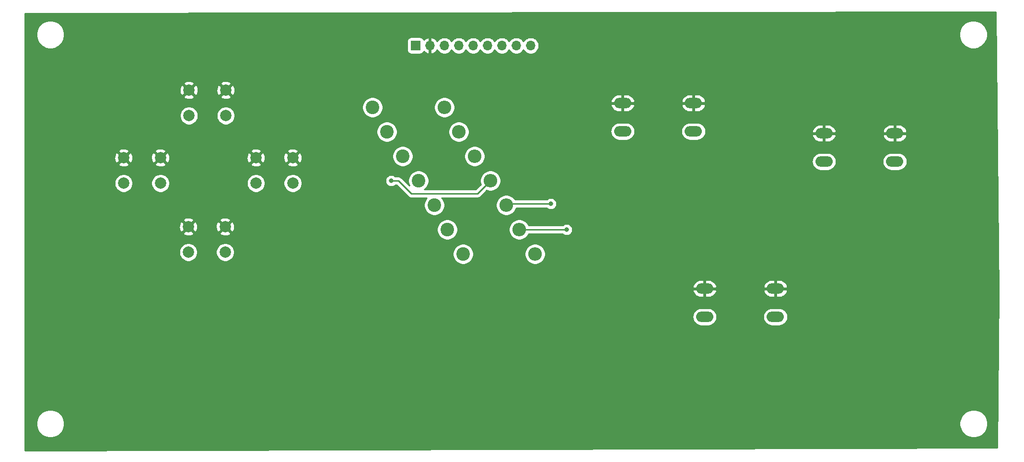
<source format=gbl>
G04 #@! TF.GenerationSoftware,KiCad,Pcbnew,(5.1.10)-1*
G04 #@! TF.CreationDate,2022-08-15T16:43:16+01:00*
G04 #@! TF.ProjectId,BMO Buttons,424d4f20-4275-4747-946f-6e732e6b6963,rev?*
G04 #@! TF.SameCoordinates,Original*
G04 #@! TF.FileFunction,Copper,L2,Bot*
G04 #@! TF.FilePolarity,Positive*
%FSLAX46Y46*%
G04 Gerber Fmt 4.6, Leading zero omitted, Abs format (unit mm)*
G04 Created by KiCad (PCBNEW (5.1.10)-1) date 2022-08-15 16:43:16*
%MOMM*%
%LPD*%
G01*
G04 APERTURE LIST*
G04 #@! TA.AperFunction,ComponentPad*
%ADD10O,2.400000X2.400000*%
G04 #@! TD*
G04 #@! TA.AperFunction,ComponentPad*
%ADD11C,2.400000*%
G04 #@! TD*
G04 #@! TA.AperFunction,ComponentPad*
%ADD12O,3.048000X1.850000*%
G04 #@! TD*
G04 #@! TA.AperFunction,ComponentPad*
%ADD13C,2.000000*%
G04 #@! TD*
G04 #@! TA.AperFunction,ComponentPad*
%ADD14O,1.700000X1.700000*%
G04 #@! TD*
G04 #@! TA.AperFunction,ComponentPad*
%ADD15R,1.700000X1.700000*%
G04 #@! TD*
G04 #@! TA.AperFunction,ViaPad*
%ADD16C,0.800000*%
G04 #@! TD*
G04 #@! TA.AperFunction,Conductor*
%ADD17C,0.250000*%
G04 #@! TD*
G04 #@! TA.AperFunction,Conductor*
%ADD18C,0.254000*%
G04 #@! TD*
G04 #@! TA.AperFunction,Conductor*
%ADD19C,0.100000*%
G04 #@! TD*
G04 APERTURE END LIST*
D10*
X145288000Y-107442000D03*
D11*
X132588000Y-107442000D03*
D12*
X190554000Y-117856000D03*
X190554000Y-122856000D03*
X178054000Y-117856000D03*
X178054000Y-122856000D03*
X199136000Y-95424000D03*
X199136000Y-90424000D03*
X211636000Y-95424000D03*
X211636000Y-90424000D03*
X163576000Y-90090000D03*
X163576000Y-85090000D03*
X176076000Y-90090000D03*
X176076000Y-85090000D03*
D13*
X81938000Y-94742000D03*
X81938000Y-99242000D03*
X75438000Y-94742000D03*
X75438000Y-99242000D03*
X93368000Y-106934000D03*
X93368000Y-111434000D03*
X86868000Y-106934000D03*
X86868000Y-111434000D03*
X105306000Y-94742000D03*
X105306000Y-99242000D03*
X98806000Y-94742000D03*
X98806000Y-99242000D03*
X93472000Y-82804000D03*
X93472000Y-87304000D03*
X86972000Y-82804000D03*
X86972000Y-87304000D03*
D10*
X148082000Y-111760000D03*
D11*
X135382000Y-111760000D03*
D10*
X143002000Y-103124000D03*
D11*
X130302000Y-103124000D03*
D10*
X140208000Y-98806000D03*
D11*
X127508000Y-98806000D03*
D10*
X137414000Y-94488000D03*
D11*
X124714000Y-94488000D03*
D10*
X134620000Y-90170000D03*
D11*
X121920000Y-90170000D03*
D10*
X132080000Y-85852000D03*
D11*
X119380000Y-85852000D03*
D14*
X147320000Y-74930000D03*
X144780000Y-74930000D03*
X142240000Y-74930000D03*
X139700000Y-74930000D03*
X137160000Y-74930000D03*
X134620000Y-74930000D03*
X132080000Y-74930000D03*
X129540000Y-74930000D03*
D15*
X127000000Y-74930000D03*
D16*
X153670000Y-107442000D03*
X150876000Y-102870000D03*
X122682000Y-98806000D03*
D17*
X153670000Y-107442000D02*
X145288000Y-107442000D01*
X143256000Y-102870000D02*
X143002000Y-103124000D01*
X150876000Y-102870000D02*
X143256000Y-102870000D01*
X122682000Y-98806000D02*
X123952000Y-98806000D01*
X137922000Y-101092000D02*
X140208000Y-98806000D01*
X126238000Y-101092000D02*
X137922000Y-101092000D01*
X123952000Y-98806000D02*
X126238000Y-101092000D01*
D18*
X229996994Y-118618000D02*
X229744167Y-145923372D01*
X58039000Y-146430625D01*
X58039000Y-141486467D01*
X60007062Y-141486467D01*
X60007062Y-141977533D01*
X60102864Y-142459163D01*
X60290787Y-142912849D01*
X60563609Y-143321155D01*
X60910845Y-143668391D01*
X61319151Y-143941213D01*
X61772837Y-144129136D01*
X62254467Y-144224938D01*
X62745533Y-144224938D01*
X63227163Y-144129136D01*
X63680849Y-143941213D01*
X64089155Y-143668391D01*
X64436391Y-143321155D01*
X64709213Y-142912849D01*
X64897136Y-142459163D01*
X64992938Y-141977533D01*
X64992938Y-141486467D01*
X223059062Y-141486467D01*
X223059062Y-141977533D01*
X223154864Y-142459163D01*
X223342787Y-142912849D01*
X223615609Y-143321155D01*
X223962845Y-143668391D01*
X224371151Y-143941213D01*
X224824837Y-144129136D01*
X225306467Y-144224938D01*
X225797533Y-144224938D01*
X226279163Y-144129136D01*
X226732849Y-143941213D01*
X227141155Y-143668391D01*
X227488391Y-143321155D01*
X227761213Y-142912849D01*
X227949136Y-142459163D01*
X228044938Y-141977533D01*
X228044938Y-141486467D01*
X227949136Y-141004837D01*
X227761213Y-140551151D01*
X227488391Y-140142845D01*
X227141155Y-139795609D01*
X226732849Y-139522787D01*
X226279163Y-139334864D01*
X225797533Y-139239062D01*
X225306467Y-139239062D01*
X224824837Y-139334864D01*
X224371151Y-139522787D01*
X223962845Y-139795609D01*
X223615609Y-140142845D01*
X223342787Y-140551151D01*
X223154864Y-141004837D01*
X223059062Y-141486467D01*
X64992938Y-141486467D01*
X64897136Y-141004837D01*
X64709213Y-140551151D01*
X64436391Y-140142845D01*
X64089155Y-139795609D01*
X63680849Y-139522787D01*
X63227163Y-139334864D01*
X62745533Y-139239062D01*
X62254467Y-139239062D01*
X61772837Y-139334864D01*
X61319151Y-139522787D01*
X60910845Y-139795609D01*
X60563609Y-140142845D01*
X60290787Y-140551151D01*
X60102864Y-141004837D01*
X60007062Y-141486467D01*
X58039000Y-141486467D01*
X58039000Y-122856000D01*
X175887452Y-122856000D01*
X175917572Y-123161813D01*
X176006774Y-123455875D01*
X176151631Y-123726883D01*
X176346576Y-123964424D01*
X176584117Y-124159369D01*
X176855125Y-124304226D01*
X177149187Y-124393428D01*
X177378364Y-124416000D01*
X178729636Y-124416000D01*
X178958813Y-124393428D01*
X179252875Y-124304226D01*
X179523883Y-124159369D01*
X179761424Y-123964424D01*
X179956369Y-123726883D01*
X180101226Y-123455875D01*
X180190428Y-123161813D01*
X180220548Y-122856000D01*
X188387452Y-122856000D01*
X188417572Y-123161813D01*
X188506774Y-123455875D01*
X188651631Y-123726883D01*
X188846576Y-123964424D01*
X189084117Y-124159369D01*
X189355125Y-124304226D01*
X189649187Y-124393428D01*
X189878364Y-124416000D01*
X191229636Y-124416000D01*
X191458813Y-124393428D01*
X191752875Y-124304226D01*
X192023883Y-124159369D01*
X192261424Y-123964424D01*
X192456369Y-123726883D01*
X192601226Y-123455875D01*
X192690428Y-123161813D01*
X192720548Y-122856000D01*
X192690428Y-122550187D01*
X192601226Y-122256125D01*
X192456369Y-121985117D01*
X192261424Y-121747576D01*
X192023883Y-121552631D01*
X191752875Y-121407774D01*
X191458813Y-121318572D01*
X191229636Y-121296000D01*
X189878364Y-121296000D01*
X189649187Y-121318572D01*
X189355125Y-121407774D01*
X189084117Y-121552631D01*
X188846576Y-121747576D01*
X188651631Y-121985117D01*
X188506774Y-122256125D01*
X188417572Y-122550187D01*
X188387452Y-122856000D01*
X180220548Y-122856000D01*
X180190428Y-122550187D01*
X180101226Y-122256125D01*
X179956369Y-121985117D01*
X179761424Y-121747576D01*
X179523883Y-121552631D01*
X179252875Y-121407774D01*
X178958813Y-121318572D01*
X178729636Y-121296000D01*
X177378364Y-121296000D01*
X177149187Y-121318572D01*
X176855125Y-121407774D01*
X176584117Y-121552631D01*
X176346576Y-121747576D01*
X176151631Y-121985117D01*
X176006774Y-122256125D01*
X175917572Y-122550187D01*
X175887452Y-122856000D01*
X58039000Y-122856000D01*
X58039000Y-118224664D01*
X175939188Y-118224664D01*
X175965147Y-118335655D01*
X176087350Y-118617094D01*
X176262111Y-118869285D01*
X176482714Y-119082536D01*
X176740681Y-119248652D01*
X177026099Y-119361249D01*
X177328000Y-119416000D01*
X177927000Y-119416000D01*
X177927000Y-117983000D01*
X178181000Y-117983000D01*
X178181000Y-119416000D01*
X178780000Y-119416000D01*
X179081901Y-119361249D01*
X179367319Y-119248652D01*
X179625286Y-119082536D01*
X179845889Y-118869285D01*
X180020650Y-118617094D01*
X180142853Y-118335655D01*
X180168812Y-118224664D01*
X188439188Y-118224664D01*
X188465147Y-118335655D01*
X188587350Y-118617094D01*
X188762111Y-118869285D01*
X188982714Y-119082536D01*
X189240681Y-119248652D01*
X189526099Y-119361249D01*
X189828000Y-119416000D01*
X190427000Y-119416000D01*
X190427000Y-117983000D01*
X190681000Y-117983000D01*
X190681000Y-119416000D01*
X191280000Y-119416000D01*
X191581901Y-119361249D01*
X191867319Y-119248652D01*
X192125286Y-119082536D01*
X192345889Y-118869285D01*
X192520650Y-118617094D01*
X192642853Y-118335655D01*
X192668812Y-118224664D01*
X192548483Y-117983000D01*
X190681000Y-117983000D01*
X190427000Y-117983000D01*
X188559517Y-117983000D01*
X188439188Y-118224664D01*
X180168812Y-118224664D01*
X180048483Y-117983000D01*
X178181000Y-117983000D01*
X177927000Y-117983000D01*
X176059517Y-117983000D01*
X175939188Y-118224664D01*
X58039000Y-118224664D01*
X58039000Y-117487336D01*
X175939188Y-117487336D01*
X176059517Y-117729000D01*
X177927000Y-117729000D01*
X177927000Y-116296000D01*
X178181000Y-116296000D01*
X178181000Y-117729000D01*
X180048483Y-117729000D01*
X180168812Y-117487336D01*
X188439188Y-117487336D01*
X188559517Y-117729000D01*
X190427000Y-117729000D01*
X190427000Y-116296000D01*
X190681000Y-116296000D01*
X190681000Y-117729000D01*
X192548483Y-117729000D01*
X192668812Y-117487336D01*
X192642853Y-117376345D01*
X192520650Y-117094906D01*
X192345889Y-116842715D01*
X192125286Y-116629464D01*
X191867319Y-116463348D01*
X191581901Y-116350751D01*
X191280000Y-116296000D01*
X190681000Y-116296000D01*
X190427000Y-116296000D01*
X189828000Y-116296000D01*
X189526099Y-116350751D01*
X189240681Y-116463348D01*
X188982714Y-116629464D01*
X188762111Y-116842715D01*
X188587350Y-117094906D01*
X188465147Y-117376345D01*
X188439188Y-117487336D01*
X180168812Y-117487336D01*
X180142853Y-117376345D01*
X180020650Y-117094906D01*
X179845889Y-116842715D01*
X179625286Y-116629464D01*
X179367319Y-116463348D01*
X179081901Y-116350751D01*
X178780000Y-116296000D01*
X178181000Y-116296000D01*
X177927000Y-116296000D01*
X177328000Y-116296000D01*
X177026099Y-116350751D01*
X176740681Y-116463348D01*
X176482714Y-116629464D01*
X176262111Y-116842715D01*
X176087350Y-117094906D01*
X175965147Y-117376345D01*
X175939188Y-117487336D01*
X58039000Y-117487336D01*
X58039000Y-111272967D01*
X85233000Y-111272967D01*
X85233000Y-111595033D01*
X85295832Y-111910912D01*
X85419082Y-112208463D01*
X85598013Y-112476252D01*
X85825748Y-112703987D01*
X86093537Y-112882918D01*
X86391088Y-113006168D01*
X86706967Y-113069000D01*
X87029033Y-113069000D01*
X87344912Y-113006168D01*
X87642463Y-112882918D01*
X87910252Y-112703987D01*
X88137987Y-112476252D01*
X88316918Y-112208463D01*
X88440168Y-111910912D01*
X88503000Y-111595033D01*
X88503000Y-111272967D01*
X91733000Y-111272967D01*
X91733000Y-111595033D01*
X91795832Y-111910912D01*
X91919082Y-112208463D01*
X92098013Y-112476252D01*
X92325748Y-112703987D01*
X92593537Y-112882918D01*
X92891088Y-113006168D01*
X93206967Y-113069000D01*
X93529033Y-113069000D01*
X93844912Y-113006168D01*
X94142463Y-112882918D01*
X94410252Y-112703987D01*
X94637987Y-112476252D01*
X94816918Y-112208463D01*
X94940168Y-111910912D01*
X95003000Y-111595033D01*
X95003000Y-111579268D01*
X133547000Y-111579268D01*
X133547000Y-111940732D01*
X133617518Y-112295250D01*
X133755844Y-112629199D01*
X133956662Y-112929744D01*
X134212256Y-113185338D01*
X134512801Y-113386156D01*
X134846750Y-113524482D01*
X135201268Y-113595000D01*
X135562732Y-113595000D01*
X135917250Y-113524482D01*
X136251199Y-113386156D01*
X136551744Y-113185338D01*
X136807338Y-112929744D01*
X137008156Y-112629199D01*
X137146482Y-112295250D01*
X137217000Y-111940732D01*
X137217000Y-111579268D01*
X146247000Y-111579268D01*
X146247000Y-111940732D01*
X146317518Y-112295250D01*
X146455844Y-112629199D01*
X146656662Y-112929744D01*
X146912256Y-113185338D01*
X147212801Y-113386156D01*
X147546750Y-113524482D01*
X147901268Y-113595000D01*
X148262732Y-113595000D01*
X148617250Y-113524482D01*
X148951199Y-113386156D01*
X149251744Y-113185338D01*
X149507338Y-112929744D01*
X149708156Y-112629199D01*
X149846482Y-112295250D01*
X149917000Y-111940732D01*
X149917000Y-111579268D01*
X149846482Y-111224750D01*
X149708156Y-110890801D01*
X149507338Y-110590256D01*
X149251744Y-110334662D01*
X148951199Y-110133844D01*
X148617250Y-109995518D01*
X148262732Y-109925000D01*
X147901268Y-109925000D01*
X147546750Y-109995518D01*
X147212801Y-110133844D01*
X146912256Y-110334662D01*
X146656662Y-110590256D01*
X146455844Y-110890801D01*
X146317518Y-111224750D01*
X146247000Y-111579268D01*
X137217000Y-111579268D01*
X137146482Y-111224750D01*
X137008156Y-110890801D01*
X136807338Y-110590256D01*
X136551744Y-110334662D01*
X136251199Y-110133844D01*
X135917250Y-109995518D01*
X135562732Y-109925000D01*
X135201268Y-109925000D01*
X134846750Y-109995518D01*
X134512801Y-110133844D01*
X134212256Y-110334662D01*
X133956662Y-110590256D01*
X133755844Y-110890801D01*
X133617518Y-111224750D01*
X133547000Y-111579268D01*
X95003000Y-111579268D01*
X95003000Y-111272967D01*
X94940168Y-110957088D01*
X94816918Y-110659537D01*
X94637987Y-110391748D01*
X94410252Y-110164013D01*
X94142463Y-109985082D01*
X93844912Y-109861832D01*
X93529033Y-109799000D01*
X93206967Y-109799000D01*
X92891088Y-109861832D01*
X92593537Y-109985082D01*
X92325748Y-110164013D01*
X92098013Y-110391748D01*
X91919082Y-110659537D01*
X91795832Y-110957088D01*
X91733000Y-111272967D01*
X88503000Y-111272967D01*
X88440168Y-110957088D01*
X88316918Y-110659537D01*
X88137987Y-110391748D01*
X87910252Y-110164013D01*
X87642463Y-109985082D01*
X87344912Y-109861832D01*
X87029033Y-109799000D01*
X86706967Y-109799000D01*
X86391088Y-109861832D01*
X86093537Y-109985082D01*
X85825748Y-110164013D01*
X85598013Y-110391748D01*
X85419082Y-110659537D01*
X85295832Y-110957088D01*
X85233000Y-111272967D01*
X58039000Y-111272967D01*
X58039000Y-108069413D01*
X85912192Y-108069413D01*
X86007956Y-108333814D01*
X86297571Y-108474704D01*
X86609108Y-108556384D01*
X86930595Y-108575718D01*
X87249675Y-108531961D01*
X87554088Y-108426795D01*
X87728044Y-108333814D01*
X87823808Y-108069413D01*
X92412192Y-108069413D01*
X92507956Y-108333814D01*
X92797571Y-108474704D01*
X93109108Y-108556384D01*
X93430595Y-108575718D01*
X93749675Y-108531961D01*
X94054088Y-108426795D01*
X94228044Y-108333814D01*
X94323808Y-108069413D01*
X93368000Y-107113605D01*
X92412192Y-108069413D01*
X87823808Y-108069413D01*
X86868000Y-107113605D01*
X85912192Y-108069413D01*
X58039000Y-108069413D01*
X58039000Y-106996595D01*
X85226282Y-106996595D01*
X85270039Y-107315675D01*
X85375205Y-107620088D01*
X85468186Y-107794044D01*
X85732587Y-107889808D01*
X86688395Y-106934000D01*
X87047605Y-106934000D01*
X88003413Y-107889808D01*
X88267814Y-107794044D01*
X88408704Y-107504429D01*
X88490384Y-107192892D01*
X88502189Y-106996595D01*
X91726282Y-106996595D01*
X91770039Y-107315675D01*
X91875205Y-107620088D01*
X91968186Y-107794044D01*
X92232587Y-107889808D01*
X93188395Y-106934000D01*
X93547605Y-106934000D01*
X94503413Y-107889808D01*
X94767814Y-107794044D01*
X94908704Y-107504429D01*
X94972456Y-107261268D01*
X130753000Y-107261268D01*
X130753000Y-107622732D01*
X130823518Y-107977250D01*
X130961844Y-108311199D01*
X131162662Y-108611744D01*
X131418256Y-108867338D01*
X131718801Y-109068156D01*
X132052750Y-109206482D01*
X132407268Y-109277000D01*
X132768732Y-109277000D01*
X133123250Y-109206482D01*
X133457199Y-109068156D01*
X133757744Y-108867338D01*
X134013338Y-108611744D01*
X134214156Y-108311199D01*
X134352482Y-107977250D01*
X134423000Y-107622732D01*
X134423000Y-107261268D01*
X143453000Y-107261268D01*
X143453000Y-107622732D01*
X143523518Y-107977250D01*
X143661844Y-108311199D01*
X143862662Y-108611744D01*
X144118256Y-108867338D01*
X144418801Y-109068156D01*
X144752750Y-109206482D01*
X145107268Y-109277000D01*
X145468732Y-109277000D01*
X145823250Y-109206482D01*
X146157199Y-109068156D01*
X146457744Y-108867338D01*
X146713338Y-108611744D01*
X146914156Y-108311199D01*
X146959388Y-108202000D01*
X152966289Y-108202000D01*
X153010226Y-108245937D01*
X153179744Y-108359205D01*
X153368102Y-108437226D01*
X153568061Y-108477000D01*
X153771939Y-108477000D01*
X153971898Y-108437226D01*
X154160256Y-108359205D01*
X154329774Y-108245937D01*
X154473937Y-108101774D01*
X154587205Y-107932256D01*
X154665226Y-107743898D01*
X154705000Y-107543939D01*
X154705000Y-107340061D01*
X154665226Y-107140102D01*
X154587205Y-106951744D01*
X154473937Y-106782226D01*
X154329774Y-106638063D01*
X154160256Y-106524795D01*
X153971898Y-106446774D01*
X153771939Y-106407000D01*
X153568061Y-106407000D01*
X153368102Y-106446774D01*
X153179744Y-106524795D01*
X153010226Y-106638063D01*
X152966289Y-106682000D01*
X146959388Y-106682000D01*
X146914156Y-106572801D01*
X146713338Y-106272256D01*
X146457744Y-106016662D01*
X146157199Y-105815844D01*
X145823250Y-105677518D01*
X145468732Y-105607000D01*
X145107268Y-105607000D01*
X144752750Y-105677518D01*
X144418801Y-105815844D01*
X144118256Y-106016662D01*
X143862662Y-106272256D01*
X143661844Y-106572801D01*
X143523518Y-106906750D01*
X143453000Y-107261268D01*
X134423000Y-107261268D01*
X134352482Y-106906750D01*
X134214156Y-106572801D01*
X134013338Y-106272256D01*
X133757744Y-106016662D01*
X133457199Y-105815844D01*
X133123250Y-105677518D01*
X132768732Y-105607000D01*
X132407268Y-105607000D01*
X132052750Y-105677518D01*
X131718801Y-105815844D01*
X131418256Y-106016662D01*
X131162662Y-106272256D01*
X130961844Y-106572801D01*
X130823518Y-106906750D01*
X130753000Y-107261268D01*
X94972456Y-107261268D01*
X94990384Y-107192892D01*
X95009718Y-106871405D01*
X94965961Y-106552325D01*
X94860795Y-106247912D01*
X94767814Y-106073956D01*
X94503413Y-105978192D01*
X93547605Y-106934000D01*
X93188395Y-106934000D01*
X92232587Y-105978192D01*
X91968186Y-106073956D01*
X91827296Y-106363571D01*
X91745616Y-106675108D01*
X91726282Y-106996595D01*
X88502189Y-106996595D01*
X88509718Y-106871405D01*
X88465961Y-106552325D01*
X88360795Y-106247912D01*
X88267814Y-106073956D01*
X88003413Y-105978192D01*
X87047605Y-106934000D01*
X86688395Y-106934000D01*
X85732587Y-105978192D01*
X85468186Y-106073956D01*
X85327296Y-106363571D01*
X85245616Y-106675108D01*
X85226282Y-106996595D01*
X58039000Y-106996595D01*
X58039000Y-105798587D01*
X85912192Y-105798587D01*
X86868000Y-106754395D01*
X87823808Y-105798587D01*
X92412192Y-105798587D01*
X93368000Y-106754395D01*
X94323808Y-105798587D01*
X94228044Y-105534186D01*
X93938429Y-105393296D01*
X93626892Y-105311616D01*
X93305405Y-105292282D01*
X92986325Y-105336039D01*
X92681912Y-105441205D01*
X92507956Y-105534186D01*
X92412192Y-105798587D01*
X87823808Y-105798587D01*
X87728044Y-105534186D01*
X87438429Y-105393296D01*
X87126892Y-105311616D01*
X86805405Y-105292282D01*
X86486325Y-105336039D01*
X86181912Y-105441205D01*
X86007956Y-105534186D01*
X85912192Y-105798587D01*
X58039000Y-105798587D01*
X58039000Y-99080967D01*
X73803000Y-99080967D01*
X73803000Y-99403033D01*
X73865832Y-99718912D01*
X73989082Y-100016463D01*
X74168013Y-100284252D01*
X74395748Y-100511987D01*
X74663537Y-100690918D01*
X74961088Y-100814168D01*
X75276967Y-100877000D01*
X75599033Y-100877000D01*
X75914912Y-100814168D01*
X76212463Y-100690918D01*
X76480252Y-100511987D01*
X76707987Y-100284252D01*
X76886918Y-100016463D01*
X77010168Y-99718912D01*
X77073000Y-99403033D01*
X77073000Y-99080967D01*
X80303000Y-99080967D01*
X80303000Y-99403033D01*
X80365832Y-99718912D01*
X80489082Y-100016463D01*
X80668013Y-100284252D01*
X80895748Y-100511987D01*
X81163537Y-100690918D01*
X81461088Y-100814168D01*
X81776967Y-100877000D01*
X82099033Y-100877000D01*
X82414912Y-100814168D01*
X82712463Y-100690918D01*
X82980252Y-100511987D01*
X83207987Y-100284252D01*
X83386918Y-100016463D01*
X83510168Y-99718912D01*
X83573000Y-99403033D01*
X83573000Y-99080967D01*
X97171000Y-99080967D01*
X97171000Y-99403033D01*
X97233832Y-99718912D01*
X97357082Y-100016463D01*
X97536013Y-100284252D01*
X97763748Y-100511987D01*
X98031537Y-100690918D01*
X98329088Y-100814168D01*
X98644967Y-100877000D01*
X98967033Y-100877000D01*
X99282912Y-100814168D01*
X99580463Y-100690918D01*
X99848252Y-100511987D01*
X100075987Y-100284252D01*
X100254918Y-100016463D01*
X100378168Y-99718912D01*
X100441000Y-99403033D01*
X100441000Y-99080967D01*
X103671000Y-99080967D01*
X103671000Y-99403033D01*
X103733832Y-99718912D01*
X103857082Y-100016463D01*
X104036013Y-100284252D01*
X104263748Y-100511987D01*
X104531537Y-100690918D01*
X104829088Y-100814168D01*
X105144967Y-100877000D01*
X105467033Y-100877000D01*
X105782912Y-100814168D01*
X106080463Y-100690918D01*
X106348252Y-100511987D01*
X106575987Y-100284252D01*
X106754918Y-100016463D01*
X106878168Y-99718912D01*
X106941000Y-99403033D01*
X106941000Y-99080967D01*
X106878168Y-98765088D01*
X106852890Y-98704061D01*
X121647000Y-98704061D01*
X121647000Y-98907939D01*
X121686774Y-99107898D01*
X121764795Y-99296256D01*
X121878063Y-99465774D01*
X122022226Y-99609937D01*
X122191744Y-99723205D01*
X122380102Y-99801226D01*
X122580061Y-99841000D01*
X122783939Y-99841000D01*
X122983898Y-99801226D01*
X123172256Y-99723205D01*
X123341774Y-99609937D01*
X123385711Y-99566000D01*
X123637199Y-99566000D01*
X125674201Y-101603003D01*
X125697999Y-101632001D01*
X125813724Y-101726974D01*
X125945753Y-101797546D01*
X126089014Y-101841003D01*
X126200667Y-101852000D01*
X126200676Y-101852000D01*
X126237999Y-101855676D01*
X126275322Y-101852000D01*
X128978918Y-101852000D01*
X128876662Y-101954256D01*
X128675844Y-102254801D01*
X128537518Y-102588750D01*
X128467000Y-102943268D01*
X128467000Y-103304732D01*
X128537518Y-103659250D01*
X128675844Y-103993199D01*
X128876662Y-104293744D01*
X129132256Y-104549338D01*
X129432801Y-104750156D01*
X129766750Y-104888482D01*
X130121268Y-104959000D01*
X130482732Y-104959000D01*
X130837250Y-104888482D01*
X131171199Y-104750156D01*
X131471744Y-104549338D01*
X131727338Y-104293744D01*
X131928156Y-103993199D01*
X132066482Y-103659250D01*
X132137000Y-103304732D01*
X132137000Y-102943268D01*
X141167000Y-102943268D01*
X141167000Y-103304732D01*
X141237518Y-103659250D01*
X141375844Y-103993199D01*
X141576662Y-104293744D01*
X141832256Y-104549338D01*
X142132801Y-104750156D01*
X142466750Y-104888482D01*
X142821268Y-104959000D01*
X143182732Y-104959000D01*
X143537250Y-104888482D01*
X143871199Y-104750156D01*
X144171744Y-104549338D01*
X144427338Y-104293744D01*
X144628156Y-103993199D01*
X144766482Y-103659250D01*
X144772300Y-103630000D01*
X150172289Y-103630000D01*
X150216226Y-103673937D01*
X150385744Y-103787205D01*
X150574102Y-103865226D01*
X150774061Y-103905000D01*
X150977939Y-103905000D01*
X151177898Y-103865226D01*
X151366256Y-103787205D01*
X151535774Y-103673937D01*
X151679937Y-103529774D01*
X151793205Y-103360256D01*
X151871226Y-103171898D01*
X151911000Y-102971939D01*
X151911000Y-102768061D01*
X151871226Y-102568102D01*
X151793205Y-102379744D01*
X151679937Y-102210226D01*
X151535774Y-102066063D01*
X151366256Y-101952795D01*
X151177898Y-101874774D01*
X150977939Y-101835000D01*
X150774061Y-101835000D01*
X150574102Y-101874774D01*
X150385744Y-101952795D01*
X150216226Y-102066063D01*
X150172289Y-102110000D01*
X144531403Y-102110000D01*
X144427338Y-101954256D01*
X144171744Y-101698662D01*
X143871199Y-101497844D01*
X143537250Y-101359518D01*
X143182732Y-101289000D01*
X142821268Y-101289000D01*
X142466750Y-101359518D01*
X142132801Y-101497844D01*
X141832256Y-101698662D01*
X141576662Y-101954256D01*
X141375844Y-102254801D01*
X141237518Y-102588750D01*
X141167000Y-102943268D01*
X132137000Y-102943268D01*
X132066482Y-102588750D01*
X131928156Y-102254801D01*
X131727338Y-101954256D01*
X131625082Y-101852000D01*
X137884678Y-101852000D01*
X137922000Y-101855676D01*
X137959322Y-101852000D01*
X137959333Y-101852000D01*
X138070986Y-101841003D01*
X138214247Y-101797546D01*
X138346276Y-101726974D01*
X138462001Y-101632001D01*
X138485804Y-101602997D01*
X139563551Y-100525250D01*
X139672750Y-100570482D01*
X140027268Y-100641000D01*
X140388732Y-100641000D01*
X140743250Y-100570482D01*
X141077199Y-100432156D01*
X141377744Y-100231338D01*
X141633338Y-99975744D01*
X141834156Y-99675199D01*
X141972482Y-99341250D01*
X142043000Y-98986732D01*
X142043000Y-98625268D01*
X141972482Y-98270750D01*
X141834156Y-97936801D01*
X141633338Y-97636256D01*
X141377744Y-97380662D01*
X141077199Y-97179844D01*
X140743250Y-97041518D01*
X140388732Y-96971000D01*
X140027268Y-96971000D01*
X139672750Y-97041518D01*
X139338801Y-97179844D01*
X139038256Y-97380662D01*
X138782662Y-97636256D01*
X138581844Y-97936801D01*
X138443518Y-98270750D01*
X138373000Y-98625268D01*
X138373000Y-98986732D01*
X138443518Y-99341250D01*
X138488750Y-99450449D01*
X137607199Y-100332000D01*
X128527093Y-100332000D01*
X128677744Y-100231338D01*
X128933338Y-99975744D01*
X129134156Y-99675199D01*
X129272482Y-99341250D01*
X129343000Y-98986732D01*
X129343000Y-98625268D01*
X129272482Y-98270750D01*
X129134156Y-97936801D01*
X128933338Y-97636256D01*
X128677744Y-97380662D01*
X128377199Y-97179844D01*
X128043250Y-97041518D01*
X127688732Y-96971000D01*
X127327268Y-96971000D01*
X126972750Y-97041518D01*
X126638801Y-97179844D01*
X126338256Y-97380662D01*
X126082662Y-97636256D01*
X125881844Y-97936801D01*
X125743518Y-98270750D01*
X125673000Y-98625268D01*
X125673000Y-98986732D01*
X125743518Y-99341250D01*
X125871834Y-99651032D01*
X124515804Y-98295003D01*
X124492001Y-98265999D01*
X124376276Y-98171026D01*
X124244247Y-98100454D01*
X124100986Y-98056997D01*
X123989333Y-98046000D01*
X123989322Y-98046000D01*
X123952000Y-98042324D01*
X123914678Y-98046000D01*
X123385711Y-98046000D01*
X123341774Y-98002063D01*
X123172256Y-97888795D01*
X122983898Y-97810774D01*
X122783939Y-97771000D01*
X122580061Y-97771000D01*
X122380102Y-97810774D01*
X122191744Y-97888795D01*
X122022226Y-98002063D01*
X121878063Y-98146226D01*
X121764795Y-98315744D01*
X121686774Y-98504102D01*
X121647000Y-98704061D01*
X106852890Y-98704061D01*
X106754918Y-98467537D01*
X106575987Y-98199748D01*
X106348252Y-97972013D01*
X106080463Y-97793082D01*
X105782912Y-97669832D01*
X105467033Y-97607000D01*
X105144967Y-97607000D01*
X104829088Y-97669832D01*
X104531537Y-97793082D01*
X104263748Y-97972013D01*
X104036013Y-98199748D01*
X103857082Y-98467537D01*
X103733832Y-98765088D01*
X103671000Y-99080967D01*
X100441000Y-99080967D01*
X100378168Y-98765088D01*
X100254918Y-98467537D01*
X100075987Y-98199748D01*
X99848252Y-97972013D01*
X99580463Y-97793082D01*
X99282912Y-97669832D01*
X98967033Y-97607000D01*
X98644967Y-97607000D01*
X98329088Y-97669832D01*
X98031537Y-97793082D01*
X97763748Y-97972013D01*
X97536013Y-98199748D01*
X97357082Y-98467537D01*
X97233832Y-98765088D01*
X97171000Y-99080967D01*
X83573000Y-99080967D01*
X83510168Y-98765088D01*
X83386918Y-98467537D01*
X83207987Y-98199748D01*
X82980252Y-97972013D01*
X82712463Y-97793082D01*
X82414912Y-97669832D01*
X82099033Y-97607000D01*
X81776967Y-97607000D01*
X81461088Y-97669832D01*
X81163537Y-97793082D01*
X80895748Y-97972013D01*
X80668013Y-98199748D01*
X80489082Y-98467537D01*
X80365832Y-98765088D01*
X80303000Y-99080967D01*
X77073000Y-99080967D01*
X77010168Y-98765088D01*
X76886918Y-98467537D01*
X76707987Y-98199748D01*
X76480252Y-97972013D01*
X76212463Y-97793082D01*
X75914912Y-97669832D01*
X75599033Y-97607000D01*
X75276967Y-97607000D01*
X74961088Y-97669832D01*
X74663537Y-97793082D01*
X74395748Y-97972013D01*
X74168013Y-98199748D01*
X73989082Y-98467537D01*
X73865832Y-98765088D01*
X73803000Y-99080967D01*
X58039000Y-99080967D01*
X58039000Y-95877413D01*
X74482192Y-95877413D01*
X74577956Y-96141814D01*
X74867571Y-96282704D01*
X75179108Y-96364384D01*
X75500595Y-96383718D01*
X75819675Y-96339961D01*
X76124088Y-96234795D01*
X76298044Y-96141814D01*
X76393808Y-95877413D01*
X80982192Y-95877413D01*
X81077956Y-96141814D01*
X81367571Y-96282704D01*
X81679108Y-96364384D01*
X82000595Y-96383718D01*
X82319675Y-96339961D01*
X82624088Y-96234795D01*
X82798044Y-96141814D01*
X82893808Y-95877413D01*
X97850192Y-95877413D01*
X97945956Y-96141814D01*
X98235571Y-96282704D01*
X98547108Y-96364384D01*
X98868595Y-96383718D01*
X99187675Y-96339961D01*
X99492088Y-96234795D01*
X99666044Y-96141814D01*
X99761808Y-95877413D01*
X104350192Y-95877413D01*
X104445956Y-96141814D01*
X104735571Y-96282704D01*
X105047108Y-96364384D01*
X105368595Y-96383718D01*
X105687675Y-96339961D01*
X105992088Y-96234795D01*
X106166044Y-96141814D01*
X106261808Y-95877413D01*
X105306000Y-94921605D01*
X104350192Y-95877413D01*
X99761808Y-95877413D01*
X98806000Y-94921605D01*
X97850192Y-95877413D01*
X82893808Y-95877413D01*
X81938000Y-94921605D01*
X80982192Y-95877413D01*
X76393808Y-95877413D01*
X75438000Y-94921605D01*
X74482192Y-95877413D01*
X58039000Y-95877413D01*
X58039000Y-94804595D01*
X73796282Y-94804595D01*
X73840039Y-95123675D01*
X73945205Y-95428088D01*
X74038186Y-95602044D01*
X74302587Y-95697808D01*
X75258395Y-94742000D01*
X75617605Y-94742000D01*
X76573413Y-95697808D01*
X76837814Y-95602044D01*
X76978704Y-95312429D01*
X77060384Y-95000892D01*
X77072189Y-94804595D01*
X80296282Y-94804595D01*
X80340039Y-95123675D01*
X80445205Y-95428088D01*
X80538186Y-95602044D01*
X80802587Y-95697808D01*
X81758395Y-94742000D01*
X82117605Y-94742000D01*
X83073413Y-95697808D01*
X83337814Y-95602044D01*
X83478704Y-95312429D01*
X83560384Y-95000892D01*
X83572189Y-94804595D01*
X97164282Y-94804595D01*
X97208039Y-95123675D01*
X97313205Y-95428088D01*
X97406186Y-95602044D01*
X97670587Y-95697808D01*
X98626395Y-94742000D01*
X98985605Y-94742000D01*
X99941413Y-95697808D01*
X100205814Y-95602044D01*
X100346704Y-95312429D01*
X100428384Y-95000892D01*
X100440189Y-94804595D01*
X103664282Y-94804595D01*
X103708039Y-95123675D01*
X103813205Y-95428088D01*
X103906186Y-95602044D01*
X104170587Y-95697808D01*
X105126395Y-94742000D01*
X105485605Y-94742000D01*
X106441413Y-95697808D01*
X106705814Y-95602044D01*
X106846704Y-95312429D01*
X106928384Y-95000892D01*
X106947718Y-94679405D01*
X106903961Y-94360325D01*
X106885632Y-94307268D01*
X122879000Y-94307268D01*
X122879000Y-94668732D01*
X122949518Y-95023250D01*
X123087844Y-95357199D01*
X123288662Y-95657744D01*
X123544256Y-95913338D01*
X123844801Y-96114156D01*
X124178750Y-96252482D01*
X124533268Y-96323000D01*
X124894732Y-96323000D01*
X125249250Y-96252482D01*
X125583199Y-96114156D01*
X125883744Y-95913338D01*
X126139338Y-95657744D01*
X126340156Y-95357199D01*
X126478482Y-95023250D01*
X126549000Y-94668732D01*
X126549000Y-94307268D01*
X135579000Y-94307268D01*
X135579000Y-94668732D01*
X135649518Y-95023250D01*
X135787844Y-95357199D01*
X135988662Y-95657744D01*
X136244256Y-95913338D01*
X136544801Y-96114156D01*
X136878750Y-96252482D01*
X137233268Y-96323000D01*
X137594732Y-96323000D01*
X137949250Y-96252482D01*
X138283199Y-96114156D01*
X138583744Y-95913338D01*
X138839338Y-95657744D01*
X138995520Y-95424000D01*
X196969452Y-95424000D01*
X196999572Y-95729813D01*
X197088774Y-96023875D01*
X197233631Y-96294883D01*
X197428576Y-96532424D01*
X197666117Y-96727369D01*
X197937125Y-96872226D01*
X198231187Y-96961428D01*
X198460364Y-96984000D01*
X199811636Y-96984000D01*
X200040813Y-96961428D01*
X200334875Y-96872226D01*
X200605883Y-96727369D01*
X200843424Y-96532424D01*
X201038369Y-96294883D01*
X201183226Y-96023875D01*
X201272428Y-95729813D01*
X201302548Y-95424000D01*
X209469452Y-95424000D01*
X209499572Y-95729813D01*
X209588774Y-96023875D01*
X209733631Y-96294883D01*
X209928576Y-96532424D01*
X210166117Y-96727369D01*
X210437125Y-96872226D01*
X210731187Y-96961428D01*
X210960364Y-96984000D01*
X212311636Y-96984000D01*
X212540813Y-96961428D01*
X212834875Y-96872226D01*
X213105883Y-96727369D01*
X213343424Y-96532424D01*
X213538369Y-96294883D01*
X213683226Y-96023875D01*
X213772428Y-95729813D01*
X213802548Y-95424000D01*
X213772428Y-95118187D01*
X213683226Y-94824125D01*
X213538369Y-94553117D01*
X213343424Y-94315576D01*
X213105883Y-94120631D01*
X212834875Y-93975774D01*
X212540813Y-93886572D01*
X212311636Y-93864000D01*
X210960364Y-93864000D01*
X210731187Y-93886572D01*
X210437125Y-93975774D01*
X210166117Y-94120631D01*
X209928576Y-94315576D01*
X209733631Y-94553117D01*
X209588774Y-94824125D01*
X209499572Y-95118187D01*
X209469452Y-95424000D01*
X201302548Y-95424000D01*
X201272428Y-95118187D01*
X201183226Y-94824125D01*
X201038369Y-94553117D01*
X200843424Y-94315576D01*
X200605883Y-94120631D01*
X200334875Y-93975774D01*
X200040813Y-93886572D01*
X199811636Y-93864000D01*
X198460364Y-93864000D01*
X198231187Y-93886572D01*
X197937125Y-93975774D01*
X197666117Y-94120631D01*
X197428576Y-94315576D01*
X197233631Y-94553117D01*
X197088774Y-94824125D01*
X196999572Y-95118187D01*
X196969452Y-95424000D01*
X138995520Y-95424000D01*
X139040156Y-95357199D01*
X139178482Y-95023250D01*
X139249000Y-94668732D01*
X139249000Y-94307268D01*
X139178482Y-93952750D01*
X139040156Y-93618801D01*
X138839338Y-93318256D01*
X138583744Y-93062662D01*
X138283199Y-92861844D01*
X137949250Y-92723518D01*
X137594732Y-92653000D01*
X137233268Y-92653000D01*
X136878750Y-92723518D01*
X136544801Y-92861844D01*
X136244256Y-93062662D01*
X135988662Y-93318256D01*
X135787844Y-93618801D01*
X135649518Y-93952750D01*
X135579000Y-94307268D01*
X126549000Y-94307268D01*
X126478482Y-93952750D01*
X126340156Y-93618801D01*
X126139338Y-93318256D01*
X125883744Y-93062662D01*
X125583199Y-92861844D01*
X125249250Y-92723518D01*
X124894732Y-92653000D01*
X124533268Y-92653000D01*
X124178750Y-92723518D01*
X123844801Y-92861844D01*
X123544256Y-93062662D01*
X123288662Y-93318256D01*
X123087844Y-93618801D01*
X122949518Y-93952750D01*
X122879000Y-94307268D01*
X106885632Y-94307268D01*
X106798795Y-94055912D01*
X106705814Y-93881956D01*
X106441413Y-93786192D01*
X105485605Y-94742000D01*
X105126395Y-94742000D01*
X104170587Y-93786192D01*
X103906186Y-93881956D01*
X103765296Y-94171571D01*
X103683616Y-94483108D01*
X103664282Y-94804595D01*
X100440189Y-94804595D01*
X100447718Y-94679405D01*
X100403961Y-94360325D01*
X100298795Y-94055912D01*
X100205814Y-93881956D01*
X99941413Y-93786192D01*
X98985605Y-94742000D01*
X98626395Y-94742000D01*
X97670587Y-93786192D01*
X97406186Y-93881956D01*
X97265296Y-94171571D01*
X97183616Y-94483108D01*
X97164282Y-94804595D01*
X83572189Y-94804595D01*
X83579718Y-94679405D01*
X83535961Y-94360325D01*
X83430795Y-94055912D01*
X83337814Y-93881956D01*
X83073413Y-93786192D01*
X82117605Y-94742000D01*
X81758395Y-94742000D01*
X80802587Y-93786192D01*
X80538186Y-93881956D01*
X80397296Y-94171571D01*
X80315616Y-94483108D01*
X80296282Y-94804595D01*
X77072189Y-94804595D01*
X77079718Y-94679405D01*
X77035961Y-94360325D01*
X76930795Y-94055912D01*
X76837814Y-93881956D01*
X76573413Y-93786192D01*
X75617605Y-94742000D01*
X75258395Y-94742000D01*
X74302587Y-93786192D01*
X74038186Y-93881956D01*
X73897296Y-94171571D01*
X73815616Y-94483108D01*
X73796282Y-94804595D01*
X58039000Y-94804595D01*
X58039000Y-93606587D01*
X74482192Y-93606587D01*
X75438000Y-94562395D01*
X76393808Y-93606587D01*
X80982192Y-93606587D01*
X81938000Y-94562395D01*
X82893808Y-93606587D01*
X97850192Y-93606587D01*
X98806000Y-94562395D01*
X99761808Y-93606587D01*
X104350192Y-93606587D01*
X105306000Y-94562395D01*
X106261808Y-93606587D01*
X106166044Y-93342186D01*
X105876429Y-93201296D01*
X105564892Y-93119616D01*
X105243405Y-93100282D01*
X104924325Y-93144039D01*
X104619912Y-93249205D01*
X104445956Y-93342186D01*
X104350192Y-93606587D01*
X99761808Y-93606587D01*
X99666044Y-93342186D01*
X99376429Y-93201296D01*
X99064892Y-93119616D01*
X98743405Y-93100282D01*
X98424325Y-93144039D01*
X98119912Y-93249205D01*
X97945956Y-93342186D01*
X97850192Y-93606587D01*
X82893808Y-93606587D01*
X82798044Y-93342186D01*
X82508429Y-93201296D01*
X82196892Y-93119616D01*
X81875405Y-93100282D01*
X81556325Y-93144039D01*
X81251912Y-93249205D01*
X81077956Y-93342186D01*
X80982192Y-93606587D01*
X76393808Y-93606587D01*
X76298044Y-93342186D01*
X76008429Y-93201296D01*
X75696892Y-93119616D01*
X75375405Y-93100282D01*
X75056325Y-93144039D01*
X74751912Y-93249205D01*
X74577956Y-93342186D01*
X74482192Y-93606587D01*
X58039000Y-93606587D01*
X58039000Y-89989268D01*
X120085000Y-89989268D01*
X120085000Y-90350732D01*
X120155518Y-90705250D01*
X120293844Y-91039199D01*
X120494662Y-91339744D01*
X120750256Y-91595338D01*
X121050801Y-91796156D01*
X121384750Y-91934482D01*
X121739268Y-92005000D01*
X122100732Y-92005000D01*
X122455250Y-91934482D01*
X122789199Y-91796156D01*
X123089744Y-91595338D01*
X123345338Y-91339744D01*
X123546156Y-91039199D01*
X123684482Y-90705250D01*
X123755000Y-90350732D01*
X123755000Y-89989268D01*
X132785000Y-89989268D01*
X132785000Y-90350732D01*
X132855518Y-90705250D01*
X132993844Y-91039199D01*
X133194662Y-91339744D01*
X133450256Y-91595338D01*
X133750801Y-91796156D01*
X134084750Y-91934482D01*
X134439268Y-92005000D01*
X134800732Y-92005000D01*
X135155250Y-91934482D01*
X135489199Y-91796156D01*
X135789744Y-91595338D01*
X136045338Y-91339744D01*
X136246156Y-91039199D01*
X136384482Y-90705250D01*
X136455000Y-90350732D01*
X136455000Y-90090000D01*
X161409452Y-90090000D01*
X161439572Y-90395813D01*
X161528774Y-90689875D01*
X161673631Y-90960883D01*
X161868576Y-91198424D01*
X162106117Y-91393369D01*
X162377125Y-91538226D01*
X162671187Y-91627428D01*
X162900364Y-91650000D01*
X164251636Y-91650000D01*
X164480813Y-91627428D01*
X164774875Y-91538226D01*
X165045883Y-91393369D01*
X165283424Y-91198424D01*
X165478369Y-90960883D01*
X165623226Y-90689875D01*
X165712428Y-90395813D01*
X165742548Y-90090000D01*
X173909452Y-90090000D01*
X173939572Y-90395813D01*
X174028774Y-90689875D01*
X174173631Y-90960883D01*
X174368576Y-91198424D01*
X174606117Y-91393369D01*
X174877125Y-91538226D01*
X175171187Y-91627428D01*
X175400364Y-91650000D01*
X176751636Y-91650000D01*
X176980813Y-91627428D01*
X177274875Y-91538226D01*
X177545883Y-91393369D01*
X177783424Y-91198424D01*
X177978369Y-90960883D01*
X178068284Y-90792664D01*
X197021188Y-90792664D01*
X197047147Y-90903655D01*
X197169350Y-91185094D01*
X197344111Y-91437285D01*
X197564714Y-91650536D01*
X197822681Y-91816652D01*
X198108099Y-91929249D01*
X198410000Y-91984000D01*
X199009000Y-91984000D01*
X199009000Y-90551000D01*
X199263000Y-90551000D01*
X199263000Y-91984000D01*
X199862000Y-91984000D01*
X200163901Y-91929249D01*
X200449319Y-91816652D01*
X200707286Y-91650536D01*
X200927889Y-91437285D01*
X201102650Y-91185094D01*
X201224853Y-90903655D01*
X201250812Y-90792664D01*
X209521188Y-90792664D01*
X209547147Y-90903655D01*
X209669350Y-91185094D01*
X209844111Y-91437285D01*
X210064714Y-91650536D01*
X210322681Y-91816652D01*
X210608099Y-91929249D01*
X210910000Y-91984000D01*
X211509000Y-91984000D01*
X211509000Y-90551000D01*
X211763000Y-90551000D01*
X211763000Y-91984000D01*
X212362000Y-91984000D01*
X212663901Y-91929249D01*
X212949319Y-91816652D01*
X213207286Y-91650536D01*
X213427889Y-91437285D01*
X213602650Y-91185094D01*
X213724853Y-90903655D01*
X213750812Y-90792664D01*
X213630483Y-90551000D01*
X211763000Y-90551000D01*
X211509000Y-90551000D01*
X209641517Y-90551000D01*
X209521188Y-90792664D01*
X201250812Y-90792664D01*
X201130483Y-90551000D01*
X199263000Y-90551000D01*
X199009000Y-90551000D01*
X197141517Y-90551000D01*
X197021188Y-90792664D01*
X178068284Y-90792664D01*
X178123226Y-90689875D01*
X178212428Y-90395813D01*
X178242548Y-90090000D01*
X178239134Y-90055336D01*
X197021188Y-90055336D01*
X197141517Y-90297000D01*
X199009000Y-90297000D01*
X199009000Y-88864000D01*
X199263000Y-88864000D01*
X199263000Y-90297000D01*
X201130483Y-90297000D01*
X201250812Y-90055336D01*
X209521188Y-90055336D01*
X209641517Y-90297000D01*
X211509000Y-90297000D01*
X211509000Y-88864000D01*
X211763000Y-88864000D01*
X211763000Y-90297000D01*
X213630483Y-90297000D01*
X213750812Y-90055336D01*
X213724853Y-89944345D01*
X213602650Y-89662906D01*
X213427889Y-89410715D01*
X213207286Y-89197464D01*
X212949319Y-89031348D01*
X212663901Y-88918751D01*
X212362000Y-88864000D01*
X211763000Y-88864000D01*
X211509000Y-88864000D01*
X210910000Y-88864000D01*
X210608099Y-88918751D01*
X210322681Y-89031348D01*
X210064714Y-89197464D01*
X209844111Y-89410715D01*
X209669350Y-89662906D01*
X209547147Y-89944345D01*
X209521188Y-90055336D01*
X201250812Y-90055336D01*
X201224853Y-89944345D01*
X201102650Y-89662906D01*
X200927889Y-89410715D01*
X200707286Y-89197464D01*
X200449319Y-89031348D01*
X200163901Y-88918751D01*
X199862000Y-88864000D01*
X199263000Y-88864000D01*
X199009000Y-88864000D01*
X198410000Y-88864000D01*
X198108099Y-88918751D01*
X197822681Y-89031348D01*
X197564714Y-89197464D01*
X197344111Y-89410715D01*
X197169350Y-89662906D01*
X197047147Y-89944345D01*
X197021188Y-90055336D01*
X178239134Y-90055336D01*
X178212428Y-89784187D01*
X178123226Y-89490125D01*
X177978369Y-89219117D01*
X177783424Y-88981576D01*
X177545883Y-88786631D01*
X177274875Y-88641774D01*
X176980813Y-88552572D01*
X176751636Y-88530000D01*
X175400364Y-88530000D01*
X175171187Y-88552572D01*
X174877125Y-88641774D01*
X174606117Y-88786631D01*
X174368576Y-88981576D01*
X174173631Y-89219117D01*
X174028774Y-89490125D01*
X173939572Y-89784187D01*
X173909452Y-90090000D01*
X165742548Y-90090000D01*
X165712428Y-89784187D01*
X165623226Y-89490125D01*
X165478369Y-89219117D01*
X165283424Y-88981576D01*
X165045883Y-88786631D01*
X164774875Y-88641774D01*
X164480813Y-88552572D01*
X164251636Y-88530000D01*
X162900364Y-88530000D01*
X162671187Y-88552572D01*
X162377125Y-88641774D01*
X162106117Y-88786631D01*
X161868576Y-88981576D01*
X161673631Y-89219117D01*
X161528774Y-89490125D01*
X161439572Y-89784187D01*
X161409452Y-90090000D01*
X136455000Y-90090000D01*
X136455000Y-89989268D01*
X136384482Y-89634750D01*
X136246156Y-89300801D01*
X136045338Y-89000256D01*
X135789744Y-88744662D01*
X135489199Y-88543844D01*
X135155250Y-88405518D01*
X134800732Y-88335000D01*
X134439268Y-88335000D01*
X134084750Y-88405518D01*
X133750801Y-88543844D01*
X133450256Y-88744662D01*
X133194662Y-89000256D01*
X132993844Y-89300801D01*
X132855518Y-89634750D01*
X132785000Y-89989268D01*
X123755000Y-89989268D01*
X123684482Y-89634750D01*
X123546156Y-89300801D01*
X123345338Y-89000256D01*
X123089744Y-88744662D01*
X122789199Y-88543844D01*
X122455250Y-88405518D01*
X122100732Y-88335000D01*
X121739268Y-88335000D01*
X121384750Y-88405518D01*
X121050801Y-88543844D01*
X120750256Y-88744662D01*
X120494662Y-89000256D01*
X120293844Y-89300801D01*
X120155518Y-89634750D01*
X120085000Y-89989268D01*
X58039000Y-89989268D01*
X58039000Y-87142967D01*
X85337000Y-87142967D01*
X85337000Y-87465033D01*
X85399832Y-87780912D01*
X85523082Y-88078463D01*
X85702013Y-88346252D01*
X85929748Y-88573987D01*
X86197537Y-88752918D01*
X86495088Y-88876168D01*
X86810967Y-88939000D01*
X87133033Y-88939000D01*
X87448912Y-88876168D01*
X87746463Y-88752918D01*
X88014252Y-88573987D01*
X88241987Y-88346252D01*
X88420918Y-88078463D01*
X88544168Y-87780912D01*
X88607000Y-87465033D01*
X88607000Y-87142967D01*
X91837000Y-87142967D01*
X91837000Y-87465033D01*
X91899832Y-87780912D01*
X92023082Y-88078463D01*
X92202013Y-88346252D01*
X92429748Y-88573987D01*
X92697537Y-88752918D01*
X92995088Y-88876168D01*
X93310967Y-88939000D01*
X93633033Y-88939000D01*
X93948912Y-88876168D01*
X94246463Y-88752918D01*
X94514252Y-88573987D01*
X94741987Y-88346252D01*
X94920918Y-88078463D01*
X95044168Y-87780912D01*
X95107000Y-87465033D01*
X95107000Y-87142967D01*
X95044168Y-86827088D01*
X94920918Y-86529537D01*
X94741987Y-86261748D01*
X94514252Y-86034013D01*
X94246463Y-85855082D01*
X93948912Y-85731832D01*
X93644436Y-85671268D01*
X117545000Y-85671268D01*
X117545000Y-86032732D01*
X117615518Y-86387250D01*
X117753844Y-86721199D01*
X117954662Y-87021744D01*
X118210256Y-87277338D01*
X118510801Y-87478156D01*
X118844750Y-87616482D01*
X119199268Y-87687000D01*
X119560732Y-87687000D01*
X119915250Y-87616482D01*
X120249199Y-87478156D01*
X120549744Y-87277338D01*
X120805338Y-87021744D01*
X121006156Y-86721199D01*
X121144482Y-86387250D01*
X121215000Y-86032732D01*
X121215000Y-85671268D01*
X130245000Y-85671268D01*
X130245000Y-86032732D01*
X130315518Y-86387250D01*
X130453844Y-86721199D01*
X130654662Y-87021744D01*
X130910256Y-87277338D01*
X131210801Y-87478156D01*
X131544750Y-87616482D01*
X131899268Y-87687000D01*
X132260732Y-87687000D01*
X132615250Y-87616482D01*
X132949199Y-87478156D01*
X133249744Y-87277338D01*
X133505338Y-87021744D01*
X133706156Y-86721199D01*
X133844482Y-86387250D01*
X133915000Y-86032732D01*
X133915000Y-85671268D01*
X133872711Y-85458664D01*
X161461188Y-85458664D01*
X161487147Y-85569655D01*
X161609350Y-85851094D01*
X161784111Y-86103285D01*
X162004714Y-86316536D01*
X162262681Y-86482652D01*
X162548099Y-86595249D01*
X162850000Y-86650000D01*
X163449000Y-86650000D01*
X163449000Y-85217000D01*
X163703000Y-85217000D01*
X163703000Y-86650000D01*
X164302000Y-86650000D01*
X164603901Y-86595249D01*
X164889319Y-86482652D01*
X165147286Y-86316536D01*
X165367889Y-86103285D01*
X165542650Y-85851094D01*
X165664853Y-85569655D01*
X165690812Y-85458664D01*
X173961188Y-85458664D01*
X173987147Y-85569655D01*
X174109350Y-85851094D01*
X174284111Y-86103285D01*
X174504714Y-86316536D01*
X174762681Y-86482652D01*
X175048099Y-86595249D01*
X175350000Y-86650000D01*
X175949000Y-86650000D01*
X175949000Y-85217000D01*
X176203000Y-85217000D01*
X176203000Y-86650000D01*
X176802000Y-86650000D01*
X177103901Y-86595249D01*
X177389319Y-86482652D01*
X177647286Y-86316536D01*
X177867889Y-86103285D01*
X178042650Y-85851094D01*
X178164853Y-85569655D01*
X178190812Y-85458664D01*
X178070483Y-85217000D01*
X176203000Y-85217000D01*
X175949000Y-85217000D01*
X174081517Y-85217000D01*
X173961188Y-85458664D01*
X165690812Y-85458664D01*
X165570483Y-85217000D01*
X163703000Y-85217000D01*
X163449000Y-85217000D01*
X161581517Y-85217000D01*
X161461188Y-85458664D01*
X133872711Y-85458664D01*
X133844482Y-85316750D01*
X133706156Y-84982801D01*
X133531451Y-84721336D01*
X161461188Y-84721336D01*
X161581517Y-84963000D01*
X163449000Y-84963000D01*
X163449000Y-83530000D01*
X163703000Y-83530000D01*
X163703000Y-84963000D01*
X165570483Y-84963000D01*
X165690812Y-84721336D01*
X173961188Y-84721336D01*
X174081517Y-84963000D01*
X175949000Y-84963000D01*
X175949000Y-83530000D01*
X176203000Y-83530000D01*
X176203000Y-84963000D01*
X178070483Y-84963000D01*
X178190812Y-84721336D01*
X178164853Y-84610345D01*
X178042650Y-84328906D01*
X177867889Y-84076715D01*
X177647286Y-83863464D01*
X177389319Y-83697348D01*
X177103901Y-83584751D01*
X176802000Y-83530000D01*
X176203000Y-83530000D01*
X175949000Y-83530000D01*
X175350000Y-83530000D01*
X175048099Y-83584751D01*
X174762681Y-83697348D01*
X174504714Y-83863464D01*
X174284111Y-84076715D01*
X174109350Y-84328906D01*
X173987147Y-84610345D01*
X173961188Y-84721336D01*
X165690812Y-84721336D01*
X165664853Y-84610345D01*
X165542650Y-84328906D01*
X165367889Y-84076715D01*
X165147286Y-83863464D01*
X164889319Y-83697348D01*
X164603901Y-83584751D01*
X164302000Y-83530000D01*
X163703000Y-83530000D01*
X163449000Y-83530000D01*
X162850000Y-83530000D01*
X162548099Y-83584751D01*
X162262681Y-83697348D01*
X162004714Y-83863464D01*
X161784111Y-84076715D01*
X161609350Y-84328906D01*
X161487147Y-84610345D01*
X161461188Y-84721336D01*
X133531451Y-84721336D01*
X133505338Y-84682256D01*
X133249744Y-84426662D01*
X132949199Y-84225844D01*
X132615250Y-84087518D01*
X132260732Y-84017000D01*
X131899268Y-84017000D01*
X131544750Y-84087518D01*
X131210801Y-84225844D01*
X130910256Y-84426662D01*
X130654662Y-84682256D01*
X130453844Y-84982801D01*
X130315518Y-85316750D01*
X130245000Y-85671268D01*
X121215000Y-85671268D01*
X121144482Y-85316750D01*
X121006156Y-84982801D01*
X120805338Y-84682256D01*
X120549744Y-84426662D01*
X120249199Y-84225844D01*
X119915250Y-84087518D01*
X119560732Y-84017000D01*
X119199268Y-84017000D01*
X118844750Y-84087518D01*
X118510801Y-84225844D01*
X118210256Y-84426662D01*
X117954662Y-84682256D01*
X117753844Y-84982801D01*
X117615518Y-85316750D01*
X117545000Y-85671268D01*
X93644436Y-85671268D01*
X93633033Y-85669000D01*
X93310967Y-85669000D01*
X92995088Y-85731832D01*
X92697537Y-85855082D01*
X92429748Y-86034013D01*
X92202013Y-86261748D01*
X92023082Y-86529537D01*
X91899832Y-86827088D01*
X91837000Y-87142967D01*
X88607000Y-87142967D01*
X88544168Y-86827088D01*
X88420918Y-86529537D01*
X88241987Y-86261748D01*
X88014252Y-86034013D01*
X87746463Y-85855082D01*
X87448912Y-85731832D01*
X87133033Y-85669000D01*
X86810967Y-85669000D01*
X86495088Y-85731832D01*
X86197537Y-85855082D01*
X85929748Y-86034013D01*
X85702013Y-86261748D01*
X85523082Y-86529537D01*
X85399832Y-86827088D01*
X85337000Y-87142967D01*
X58039000Y-87142967D01*
X58039000Y-83939413D01*
X86016192Y-83939413D01*
X86111956Y-84203814D01*
X86401571Y-84344704D01*
X86713108Y-84426384D01*
X87034595Y-84445718D01*
X87353675Y-84401961D01*
X87658088Y-84296795D01*
X87832044Y-84203814D01*
X87927808Y-83939413D01*
X92516192Y-83939413D01*
X92611956Y-84203814D01*
X92901571Y-84344704D01*
X93213108Y-84426384D01*
X93534595Y-84445718D01*
X93853675Y-84401961D01*
X94158088Y-84296795D01*
X94332044Y-84203814D01*
X94427808Y-83939413D01*
X93472000Y-82983605D01*
X92516192Y-83939413D01*
X87927808Y-83939413D01*
X86972000Y-82983605D01*
X86016192Y-83939413D01*
X58039000Y-83939413D01*
X58039000Y-82866595D01*
X85330282Y-82866595D01*
X85374039Y-83185675D01*
X85479205Y-83490088D01*
X85572186Y-83664044D01*
X85836587Y-83759808D01*
X86792395Y-82804000D01*
X87151605Y-82804000D01*
X88107413Y-83759808D01*
X88371814Y-83664044D01*
X88512704Y-83374429D01*
X88594384Y-83062892D01*
X88606189Y-82866595D01*
X91830282Y-82866595D01*
X91874039Y-83185675D01*
X91979205Y-83490088D01*
X92072186Y-83664044D01*
X92336587Y-83759808D01*
X93292395Y-82804000D01*
X93651605Y-82804000D01*
X94607413Y-83759808D01*
X94871814Y-83664044D01*
X95012704Y-83374429D01*
X95094384Y-83062892D01*
X95113718Y-82741405D01*
X95069961Y-82422325D01*
X94964795Y-82117912D01*
X94871814Y-81943956D01*
X94607413Y-81848192D01*
X93651605Y-82804000D01*
X93292395Y-82804000D01*
X92336587Y-81848192D01*
X92072186Y-81943956D01*
X91931296Y-82233571D01*
X91849616Y-82545108D01*
X91830282Y-82866595D01*
X88606189Y-82866595D01*
X88613718Y-82741405D01*
X88569961Y-82422325D01*
X88464795Y-82117912D01*
X88371814Y-81943956D01*
X88107413Y-81848192D01*
X87151605Y-82804000D01*
X86792395Y-82804000D01*
X85836587Y-81848192D01*
X85572186Y-81943956D01*
X85431296Y-82233571D01*
X85349616Y-82545108D01*
X85330282Y-82866595D01*
X58039000Y-82866595D01*
X58039000Y-81668587D01*
X86016192Y-81668587D01*
X86972000Y-82624395D01*
X87927808Y-81668587D01*
X92516192Y-81668587D01*
X93472000Y-82624395D01*
X94427808Y-81668587D01*
X94332044Y-81404186D01*
X94042429Y-81263296D01*
X93730892Y-81181616D01*
X93409405Y-81162282D01*
X93090325Y-81206039D01*
X92785912Y-81311205D01*
X92611956Y-81404186D01*
X92516192Y-81668587D01*
X87927808Y-81668587D01*
X87832044Y-81404186D01*
X87542429Y-81263296D01*
X87230892Y-81181616D01*
X86909405Y-81162282D01*
X86590325Y-81206039D01*
X86285912Y-81311205D01*
X86111956Y-81404186D01*
X86016192Y-81668587D01*
X58039000Y-81668587D01*
X58039000Y-72754467D01*
X60007062Y-72754467D01*
X60007062Y-73245533D01*
X60102864Y-73727163D01*
X60290787Y-74180849D01*
X60563609Y-74589155D01*
X60910845Y-74936391D01*
X61319151Y-75209213D01*
X61772837Y-75397136D01*
X62254467Y-75492938D01*
X62745533Y-75492938D01*
X63227163Y-75397136D01*
X63680849Y-75209213D01*
X64089155Y-74936391D01*
X64436391Y-74589155D01*
X64709213Y-74180849D01*
X64750986Y-74080000D01*
X125511928Y-74080000D01*
X125511928Y-75780000D01*
X125524188Y-75904482D01*
X125560498Y-76024180D01*
X125619463Y-76134494D01*
X125698815Y-76231185D01*
X125795506Y-76310537D01*
X125905820Y-76369502D01*
X126025518Y-76405812D01*
X126150000Y-76418072D01*
X127850000Y-76418072D01*
X127974482Y-76405812D01*
X128094180Y-76369502D01*
X128204494Y-76310537D01*
X128301185Y-76231185D01*
X128380537Y-76134494D01*
X128439502Y-76024180D01*
X128463966Y-75943534D01*
X128539731Y-76027588D01*
X128773080Y-76201641D01*
X129035901Y-76326825D01*
X129183110Y-76371476D01*
X129413000Y-76250155D01*
X129413000Y-75057000D01*
X129393000Y-75057000D01*
X129393000Y-74803000D01*
X129413000Y-74803000D01*
X129413000Y-73609845D01*
X129667000Y-73609845D01*
X129667000Y-74803000D01*
X129687000Y-74803000D01*
X129687000Y-75057000D01*
X129667000Y-75057000D01*
X129667000Y-76250155D01*
X129896890Y-76371476D01*
X130044099Y-76326825D01*
X130306920Y-76201641D01*
X130540269Y-76027588D01*
X130735178Y-75811355D01*
X130804805Y-75694466D01*
X130926525Y-75876632D01*
X131133368Y-76083475D01*
X131376589Y-76245990D01*
X131646842Y-76357932D01*
X131933740Y-76415000D01*
X132226260Y-76415000D01*
X132513158Y-76357932D01*
X132783411Y-76245990D01*
X133026632Y-76083475D01*
X133233475Y-75876632D01*
X133350000Y-75702240D01*
X133466525Y-75876632D01*
X133673368Y-76083475D01*
X133916589Y-76245990D01*
X134186842Y-76357932D01*
X134473740Y-76415000D01*
X134766260Y-76415000D01*
X135053158Y-76357932D01*
X135323411Y-76245990D01*
X135566632Y-76083475D01*
X135773475Y-75876632D01*
X135890000Y-75702240D01*
X136006525Y-75876632D01*
X136213368Y-76083475D01*
X136456589Y-76245990D01*
X136726842Y-76357932D01*
X137013740Y-76415000D01*
X137306260Y-76415000D01*
X137593158Y-76357932D01*
X137863411Y-76245990D01*
X138106632Y-76083475D01*
X138313475Y-75876632D01*
X138430000Y-75702240D01*
X138546525Y-75876632D01*
X138753368Y-76083475D01*
X138996589Y-76245990D01*
X139266842Y-76357932D01*
X139553740Y-76415000D01*
X139846260Y-76415000D01*
X140133158Y-76357932D01*
X140403411Y-76245990D01*
X140646632Y-76083475D01*
X140853475Y-75876632D01*
X140970000Y-75702240D01*
X141086525Y-75876632D01*
X141293368Y-76083475D01*
X141536589Y-76245990D01*
X141806842Y-76357932D01*
X142093740Y-76415000D01*
X142386260Y-76415000D01*
X142673158Y-76357932D01*
X142943411Y-76245990D01*
X143186632Y-76083475D01*
X143393475Y-75876632D01*
X143510000Y-75702240D01*
X143626525Y-75876632D01*
X143833368Y-76083475D01*
X144076589Y-76245990D01*
X144346842Y-76357932D01*
X144633740Y-76415000D01*
X144926260Y-76415000D01*
X145213158Y-76357932D01*
X145483411Y-76245990D01*
X145726632Y-76083475D01*
X145933475Y-75876632D01*
X146050000Y-75702240D01*
X146166525Y-75876632D01*
X146373368Y-76083475D01*
X146616589Y-76245990D01*
X146886842Y-76357932D01*
X147173740Y-76415000D01*
X147466260Y-76415000D01*
X147753158Y-76357932D01*
X148023411Y-76245990D01*
X148266632Y-76083475D01*
X148473475Y-75876632D01*
X148635990Y-75633411D01*
X148747932Y-75363158D01*
X148805000Y-75076260D01*
X148805000Y-74783740D01*
X148747932Y-74496842D01*
X148635990Y-74226589D01*
X148473475Y-73983368D01*
X148266632Y-73776525D01*
X148023411Y-73614010D01*
X147753158Y-73502068D01*
X147466260Y-73445000D01*
X147173740Y-73445000D01*
X146886842Y-73502068D01*
X146616589Y-73614010D01*
X146373368Y-73776525D01*
X146166525Y-73983368D01*
X146050000Y-74157760D01*
X145933475Y-73983368D01*
X145726632Y-73776525D01*
X145483411Y-73614010D01*
X145213158Y-73502068D01*
X144926260Y-73445000D01*
X144633740Y-73445000D01*
X144346842Y-73502068D01*
X144076589Y-73614010D01*
X143833368Y-73776525D01*
X143626525Y-73983368D01*
X143510000Y-74157760D01*
X143393475Y-73983368D01*
X143186632Y-73776525D01*
X142943411Y-73614010D01*
X142673158Y-73502068D01*
X142386260Y-73445000D01*
X142093740Y-73445000D01*
X141806842Y-73502068D01*
X141536589Y-73614010D01*
X141293368Y-73776525D01*
X141086525Y-73983368D01*
X140970000Y-74157760D01*
X140853475Y-73983368D01*
X140646632Y-73776525D01*
X140403411Y-73614010D01*
X140133158Y-73502068D01*
X139846260Y-73445000D01*
X139553740Y-73445000D01*
X139266842Y-73502068D01*
X138996589Y-73614010D01*
X138753368Y-73776525D01*
X138546525Y-73983368D01*
X138430000Y-74157760D01*
X138313475Y-73983368D01*
X138106632Y-73776525D01*
X137863411Y-73614010D01*
X137593158Y-73502068D01*
X137306260Y-73445000D01*
X137013740Y-73445000D01*
X136726842Y-73502068D01*
X136456589Y-73614010D01*
X136213368Y-73776525D01*
X136006525Y-73983368D01*
X135890000Y-74157760D01*
X135773475Y-73983368D01*
X135566632Y-73776525D01*
X135323411Y-73614010D01*
X135053158Y-73502068D01*
X134766260Y-73445000D01*
X134473740Y-73445000D01*
X134186842Y-73502068D01*
X133916589Y-73614010D01*
X133673368Y-73776525D01*
X133466525Y-73983368D01*
X133350000Y-74157760D01*
X133233475Y-73983368D01*
X133026632Y-73776525D01*
X132783411Y-73614010D01*
X132513158Y-73502068D01*
X132226260Y-73445000D01*
X131933740Y-73445000D01*
X131646842Y-73502068D01*
X131376589Y-73614010D01*
X131133368Y-73776525D01*
X130926525Y-73983368D01*
X130804805Y-74165534D01*
X130735178Y-74048645D01*
X130540269Y-73832412D01*
X130306920Y-73658359D01*
X130044099Y-73533175D01*
X129896890Y-73488524D01*
X129667000Y-73609845D01*
X129413000Y-73609845D01*
X129183110Y-73488524D01*
X129035901Y-73533175D01*
X128773080Y-73658359D01*
X128539731Y-73832412D01*
X128463966Y-73916466D01*
X128439502Y-73835820D01*
X128380537Y-73725506D01*
X128301185Y-73628815D01*
X128204494Y-73549463D01*
X128094180Y-73490498D01*
X127974482Y-73454188D01*
X127850000Y-73441928D01*
X126150000Y-73441928D01*
X126025518Y-73454188D01*
X125905820Y-73490498D01*
X125795506Y-73549463D01*
X125698815Y-73628815D01*
X125619463Y-73725506D01*
X125560498Y-73835820D01*
X125524188Y-73955518D01*
X125511928Y-74080000D01*
X64750986Y-74080000D01*
X64897136Y-73727163D01*
X64992938Y-73245533D01*
X64992938Y-72754467D01*
X223007062Y-72754467D01*
X223007062Y-73245533D01*
X223102864Y-73727163D01*
X223290787Y-74180849D01*
X223563609Y-74589155D01*
X223910845Y-74936391D01*
X224319151Y-75209213D01*
X224772837Y-75397136D01*
X225254467Y-75492938D01*
X225745533Y-75492938D01*
X226227163Y-75397136D01*
X226680849Y-75209213D01*
X227089155Y-74936391D01*
X227436391Y-74589155D01*
X227709213Y-74180849D01*
X227897136Y-73727163D01*
X227992938Y-73245533D01*
X227992938Y-72754467D01*
X227897136Y-72272837D01*
X227709213Y-71819151D01*
X227436391Y-71410845D01*
X227089155Y-71063609D01*
X226680849Y-70790787D01*
X226227163Y-70602864D01*
X225745533Y-70507062D01*
X225254467Y-70507062D01*
X224772837Y-70602864D01*
X224319151Y-70790787D01*
X223910845Y-71063609D01*
X223563609Y-71410845D01*
X223290787Y-71819151D01*
X223102864Y-72272837D01*
X223007062Y-72754467D01*
X64992938Y-72754467D01*
X64897136Y-72272837D01*
X64709213Y-71819151D01*
X64436391Y-71410845D01*
X64089155Y-71063609D01*
X63680849Y-70790787D01*
X63227163Y-70602864D01*
X62745533Y-70507062D01*
X62254467Y-70507062D01*
X61772837Y-70602864D01*
X61319151Y-70790787D01*
X60910845Y-71063609D01*
X60563609Y-71410845D01*
X60290787Y-71819151D01*
X60102864Y-72272837D01*
X60007062Y-72754467D01*
X58039000Y-72754467D01*
X58039000Y-69214812D01*
X229490292Y-68961186D01*
X229996994Y-118618000D01*
G04 #@! TA.AperFunction,Conductor*
D19*
G36*
X229996994Y-118618000D02*
G01*
X229744167Y-145923372D01*
X58039000Y-146430625D01*
X58039000Y-141486467D01*
X60007062Y-141486467D01*
X60007062Y-141977533D01*
X60102864Y-142459163D01*
X60290787Y-142912849D01*
X60563609Y-143321155D01*
X60910845Y-143668391D01*
X61319151Y-143941213D01*
X61772837Y-144129136D01*
X62254467Y-144224938D01*
X62745533Y-144224938D01*
X63227163Y-144129136D01*
X63680849Y-143941213D01*
X64089155Y-143668391D01*
X64436391Y-143321155D01*
X64709213Y-142912849D01*
X64897136Y-142459163D01*
X64992938Y-141977533D01*
X64992938Y-141486467D01*
X223059062Y-141486467D01*
X223059062Y-141977533D01*
X223154864Y-142459163D01*
X223342787Y-142912849D01*
X223615609Y-143321155D01*
X223962845Y-143668391D01*
X224371151Y-143941213D01*
X224824837Y-144129136D01*
X225306467Y-144224938D01*
X225797533Y-144224938D01*
X226279163Y-144129136D01*
X226732849Y-143941213D01*
X227141155Y-143668391D01*
X227488391Y-143321155D01*
X227761213Y-142912849D01*
X227949136Y-142459163D01*
X228044938Y-141977533D01*
X228044938Y-141486467D01*
X227949136Y-141004837D01*
X227761213Y-140551151D01*
X227488391Y-140142845D01*
X227141155Y-139795609D01*
X226732849Y-139522787D01*
X226279163Y-139334864D01*
X225797533Y-139239062D01*
X225306467Y-139239062D01*
X224824837Y-139334864D01*
X224371151Y-139522787D01*
X223962845Y-139795609D01*
X223615609Y-140142845D01*
X223342787Y-140551151D01*
X223154864Y-141004837D01*
X223059062Y-141486467D01*
X64992938Y-141486467D01*
X64897136Y-141004837D01*
X64709213Y-140551151D01*
X64436391Y-140142845D01*
X64089155Y-139795609D01*
X63680849Y-139522787D01*
X63227163Y-139334864D01*
X62745533Y-139239062D01*
X62254467Y-139239062D01*
X61772837Y-139334864D01*
X61319151Y-139522787D01*
X60910845Y-139795609D01*
X60563609Y-140142845D01*
X60290787Y-140551151D01*
X60102864Y-141004837D01*
X60007062Y-141486467D01*
X58039000Y-141486467D01*
X58039000Y-122856000D01*
X175887452Y-122856000D01*
X175917572Y-123161813D01*
X176006774Y-123455875D01*
X176151631Y-123726883D01*
X176346576Y-123964424D01*
X176584117Y-124159369D01*
X176855125Y-124304226D01*
X177149187Y-124393428D01*
X177378364Y-124416000D01*
X178729636Y-124416000D01*
X178958813Y-124393428D01*
X179252875Y-124304226D01*
X179523883Y-124159369D01*
X179761424Y-123964424D01*
X179956369Y-123726883D01*
X180101226Y-123455875D01*
X180190428Y-123161813D01*
X180220548Y-122856000D01*
X188387452Y-122856000D01*
X188417572Y-123161813D01*
X188506774Y-123455875D01*
X188651631Y-123726883D01*
X188846576Y-123964424D01*
X189084117Y-124159369D01*
X189355125Y-124304226D01*
X189649187Y-124393428D01*
X189878364Y-124416000D01*
X191229636Y-124416000D01*
X191458813Y-124393428D01*
X191752875Y-124304226D01*
X192023883Y-124159369D01*
X192261424Y-123964424D01*
X192456369Y-123726883D01*
X192601226Y-123455875D01*
X192690428Y-123161813D01*
X192720548Y-122856000D01*
X192690428Y-122550187D01*
X192601226Y-122256125D01*
X192456369Y-121985117D01*
X192261424Y-121747576D01*
X192023883Y-121552631D01*
X191752875Y-121407774D01*
X191458813Y-121318572D01*
X191229636Y-121296000D01*
X189878364Y-121296000D01*
X189649187Y-121318572D01*
X189355125Y-121407774D01*
X189084117Y-121552631D01*
X188846576Y-121747576D01*
X188651631Y-121985117D01*
X188506774Y-122256125D01*
X188417572Y-122550187D01*
X188387452Y-122856000D01*
X180220548Y-122856000D01*
X180190428Y-122550187D01*
X180101226Y-122256125D01*
X179956369Y-121985117D01*
X179761424Y-121747576D01*
X179523883Y-121552631D01*
X179252875Y-121407774D01*
X178958813Y-121318572D01*
X178729636Y-121296000D01*
X177378364Y-121296000D01*
X177149187Y-121318572D01*
X176855125Y-121407774D01*
X176584117Y-121552631D01*
X176346576Y-121747576D01*
X176151631Y-121985117D01*
X176006774Y-122256125D01*
X175917572Y-122550187D01*
X175887452Y-122856000D01*
X58039000Y-122856000D01*
X58039000Y-118224664D01*
X175939188Y-118224664D01*
X175965147Y-118335655D01*
X176087350Y-118617094D01*
X176262111Y-118869285D01*
X176482714Y-119082536D01*
X176740681Y-119248652D01*
X177026099Y-119361249D01*
X177328000Y-119416000D01*
X177927000Y-119416000D01*
X177927000Y-117983000D01*
X178181000Y-117983000D01*
X178181000Y-119416000D01*
X178780000Y-119416000D01*
X179081901Y-119361249D01*
X179367319Y-119248652D01*
X179625286Y-119082536D01*
X179845889Y-118869285D01*
X180020650Y-118617094D01*
X180142853Y-118335655D01*
X180168812Y-118224664D01*
X188439188Y-118224664D01*
X188465147Y-118335655D01*
X188587350Y-118617094D01*
X188762111Y-118869285D01*
X188982714Y-119082536D01*
X189240681Y-119248652D01*
X189526099Y-119361249D01*
X189828000Y-119416000D01*
X190427000Y-119416000D01*
X190427000Y-117983000D01*
X190681000Y-117983000D01*
X190681000Y-119416000D01*
X191280000Y-119416000D01*
X191581901Y-119361249D01*
X191867319Y-119248652D01*
X192125286Y-119082536D01*
X192345889Y-118869285D01*
X192520650Y-118617094D01*
X192642853Y-118335655D01*
X192668812Y-118224664D01*
X192548483Y-117983000D01*
X190681000Y-117983000D01*
X190427000Y-117983000D01*
X188559517Y-117983000D01*
X188439188Y-118224664D01*
X180168812Y-118224664D01*
X180048483Y-117983000D01*
X178181000Y-117983000D01*
X177927000Y-117983000D01*
X176059517Y-117983000D01*
X175939188Y-118224664D01*
X58039000Y-118224664D01*
X58039000Y-117487336D01*
X175939188Y-117487336D01*
X176059517Y-117729000D01*
X177927000Y-117729000D01*
X177927000Y-116296000D01*
X178181000Y-116296000D01*
X178181000Y-117729000D01*
X180048483Y-117729000D01*
X180168812Y-117487336D01*
X188439188Y-117487336D01*
X188559517Y-117729000D01*
X190427000Y-117729000D01*
X190427000Y-116296000D01*
X190681000Y-116296000D01*
X190681000Y-117729000D01*
X192548483Y-117729000D01*
X192668812Y-117487336D01*
X192642853Y-117376345D01*
X192520650Y-117094906D01*
X192345889Y-116842715D01*
X192125286Y-116629464D01*
X191867319Y-116463348D01*
X191581901Y-116350751D01*
X191280000Y-116296000D01*
X190681000Y-116296000D01*
X190427000Y-116296000D01*
X189828000Y-116296000D01*
X189526099Y-116350751D01*
X189240681Y-116463348D01*
X188982714Y-116629464D01*
X188762111Y-116842715D01*
X188587350Y-117094906D01*
X188465147Y-117376345D01*
X188439188Y-117487336D01*
X180168812Y-117487336D01*
X180142853Y-117376345D01*
X180020650Y-117094906D01*
X179845889Y-116842715D01*
X179625286Y-116629464D01*
X179367319Y-116463348D01*
X179081901Y-116350751D01*
X178780000Y-116296000D01*
X178181000Y-116296000D01*
X177927000Y-116296000D01*
X177328000Y-116296000D01*
X177026099Y-116350751D01*
X176740681Y-116463348D01*
X176482714Y-116629464D01*
X176262111Y-116842715D01*
X176087350Y-117094906D01*
X175965147Y-117376345D01*
X175939188Y-117487336D01*
X58039000Y-117487336D01*
X58039000Y-111272967D01*
X85233000Y-111272967D01*
X85233000Y-111595033D01*
X85295832Y-111910912D01*
X85419082Y-112208463D01*
X85598013Y-112476252D01*
X85825748Y-112703987D01*
X86093537Y-112882918D01*
X86391088Y-113006168D01*
X86706967Y-113069000D01*
X87029033Y-113069000D01*
X87344912Y-113006168D01*
X87642463Y-112882918D01*
X87910252Y-112703987D01*
X88137987Y-112476252D01*
X88316918Y-112208463D01*
X88440168Y-111910912D01*
X88503000Y-111595033D01*
X88503000Y-111272967D01*
X91733000Y-111272967D01*
X91733000Y-111595033D01*
X91795832Y-111910912D01*
X91919082Y-112208463D01*
X92098013Y-112476252D01*
X92325748Y-112703987D01*
X92593537Y-112882918D01*
X92891088Y-113006168D01*
X93206967Y-113069000D01*
X93529033Y-113069000D01*
X93844912Y-113006168D01*
X94142463Y-112882918D01*
X94410252Y-112703987D01*
X94637987Y-112476252D01*
X94816918Y-112208463D01*
X94940168Y-111910912D01*
X95003000Y-111595033D01*
X95003000Y-111579268D01*
X133547000Y-111579268D01*
X133547000Y-111940732D01*
X133617518Y-112295250D01*
X133755844Y-112629199D01*
X133956662Y-112929744D01*
X134212256Y-113185338D01*
X134512801Y-113386156D01*
X134846750Y-113524482D01*
X135201268Y-113595000D01*
X135562732Y-113595000D01*
X135917250Y-113524482D01*
X136251199Y-113386156D01*
X136551744Y-113185338D01*
X136807338Y-112929744D01*
X137008156Y-112629199D01*
X137146482Y-112295250D01*
X137217000Y-111940732D01*
X137217000Y-111579268D01*
X146247000Y-111579268D01*
X146247000Y-111940732D01*
X146317518Y-112295250D01*
X146455844Y-112629199D01*
X146656662Y-112929744D01*
X146912256Y-113185338D01*
X147212801Y-113386156D01*
X147546750Y-113524482D01*
X147901268Y-113595000D01*
X148262732Y-113595000D01*
X148617250Y-113524482D01*
X148951199Y-113386156D01*
X149251744Y-113185338D01*
X149507338Y-112929744D01*
X149708156Y-112629199D01*
X149846482Y-112295250D01*
X149917000Y-111940732D01*
X149917000Y-111579268D01*
X149846482Y-111224750D01*
X149708156Y-110890801D01*
X149507338Y-110590256D01*
X149251744Y-110334662D01*
X148951199Y-110133844D01*
X148617250Y-109995518D01*
X148262732Y-109925000D01*
X147901268Y-109925000D01*
X147546750Y-109995518D01*
X147212801Y-110133844D01*
X146912256Y-110334662D01*
X146656662Y-110590256D01*
X146455844Y-110890801D01*
X146317518Y-111224750D01*
X146247000Y-111579268D01*
X137217000Y-111579268D01*
X137146482Y-111224750D01*
X137008156Y-110890801D01*
X136807338Y-110590256D01*
X136551744Y-110334662D01*
X136251199Y-110133844D01*
X135917250Y-109995518D01*
X135562732Y-109925000D01*
X135201268Y-109925000D01*
X134846750Y-109995518D01*
X134512801Y-110133844D01*
X134212256Y-110334662D01*
X133956662Y-110590256D01*
X133755844Y-110890801D01*
X133617518Y-111224750D01*
X133547000Y-111579268D01*
X95003000Y-111579268D01*
X95003000Y-111272967D01*
X94940168Y-110957088D01*
X94816918Y-110659537D01*
X94637987Y-110391748D01*
X94410252Y-110164013D01*
X94142463Y-109985082D01*
X93844912Y-109861832D01*
X93529033Y-109799000D01*
X93206967Y-109799000D01*
X92891088Y-109861832D01*
X92593537Y-109985082D01*
X92325748Y-110164013D01*
X92098013Y-110391748D01*
X91919082Y-110659537D01*
X91795832Y-110957088D01*
X91733000Y-111272967D01*
X88503000Y-111272967D01*
X88440168Y-110957088D01*
X88316918Y-110659537D01*
X88137987Y-110391748D01*
X87910252Y-110164013D01*
X87642463Y-109985082D01*
X87344912Y-109861832D01*
X87029033Y-109799000D01*
X86706967Y-109799000D01*
X86391088Y-109861832D01*
X86093537Y-109985082D01*
X85825748Y-110164013D01*
X85598013Y-110391748D01*
X85419082Y-110659537D01*
X85295832Y-110957088D01*
X85233000Y-111272967D01*
X58039000Y-111272967D01*
X58039000Y-108069413D01*
X85912192Y-108069413D01*
X86007956Y-108333814D01*
X86297571Y-108474704D01*
X86609108Y-108556384D01*
X86930595Y-108575718D01*
X87249675Y-108531961D01*
X87554088Y-108426795D01*
X87728044Y-108333814D01*
X87823808Y-108069413D01*
X92412192Y-108069413D01*
X92507956Y-108333814D01*
X92797571Y-108474704D01*
X93109108Y-108556384D01*
X93430595Y-108575718D01*
X93749675Y-108531961D01*
X94054088Y-108426795D01*
X94228044Y-108333814D01*
X94323808Y-108069413D01*
X93368000Y-107113605D01*
X92412192Y-108069413D01*
X87823808Y-108069413D01*
X86868000Y-107113605D01*
X85912192Y-108069413D01*
X58039000Y-108069413D01*
X58039000Y-106996595D01*
X85226282Y-106996595D01*
X85270039Y-107315675D01*
X85375205Y-107620088D01*
X85468186Y-107794044D01*
X85732587Y-107889808D01*
X86688395Y-106934000D01*
X87047605Y-106934000D01*
X88003413Y-107889808D01*
X88267814Y-107794044D01*
X88408704Y-107504429D01*
X88490384Y-107192892D01*
X88502189Y-106996595D01*
X91726282Y-106996595D01*
X91770039Y-107315675D01*
X91875205Y-107620088D01*
X91968186Y-107794044D01*
X92232587Y-107889808D01*
X93188395Y-106934000D01*
X93547605Y-106934000D01*
X94503413Y-107889808D01*
X94767814Y-107794044D01*
X94908704Y-107504429D01*
X94972456Y-107261268D01*
X130753000Y-107261268D01*
X130753000Y-107622732D01*
X130823518Y-107977250D01*
X130961844Y-108311199D01*
X131162662Y-108611744D01*
X131418256Y-108867338D01*
X131718801Y-109068156D01*
X132052750Y-109206482D01*
X132407268Y-109277000D01*
X132768732Y-109277000D01*
X133123250Y-109206482D01*
X133457199Y-109068156D01*
X133757744Y-108867338D01*
X134013338Y-108611744D01*
X134214156Y-108311199D01*
X134352482Y-107977250D01*
X134423000Y-107622732D01*
X134423000Y-107261268D01*
X143453000Y-107261268D01*
X143453000Y-107622732D01*
X143523518Y-107977250D01*
X143661844Y-108311199D01*
X143862662Y-108611744D01*
X144118256Y-108867338D01*
X144418801Y-109068156D01*
X144752750Y-109206482D01*
X145107268Y-109277000D01*
X145468732Y-109277000D01*
X145823250Y-109206482D01*
X146157199Y-109068156D01*
X146457744Y-108867338D01*
X146713338Y-108611744D01*
X146914156Y-108311199D01*
X146959388Y-108202000D01*
X152966289Y-108202000D01*
X153010226Y-108245937D01*
X153179744Y-108359205D01*
X153368102Y-108437226D01*
X153568061Y-108477000D01*
X153771939Y-108477000D01*
X153971898Y-108437226D01*
X154160256Y-108359205D01*
X154329774Y-108245937D01*
X154473937Y-108101774D01*
X154587205Y-107932256D01*
X154665226Y-107743898D01*
X154705000Y-107543939D01*
X154705000Y-107340061D01*
X154665226Y-107140102D01*
X154587205Y-106951744D01*
X154473937Y-106782226D01*
X154329774Y-106638063D01*
X154160256Y-106524795D01*
X153971898Y-106446774D01*
X153771939Y-106407000D01*
X153568061Y-106407000D01*
X153368102Y-106446774D01*
X153179744Y-106524795D01*
X153010226Y-106638063D01*
X152966289Y-106682000D01*
X146959388Y-106682000D01*
X146914156Y-106572801D01*
X146713338Y-106272256D01*
X146457744Y-106016662D01*
X146157199Y-105815844D01*
X145823250Y-105677518D01*
X145468732Y-105607000D01*
X145107268Y-105607000D01*
X144752750Y-105677518D01*
X144418801Y-105815844D01*
X144118256Y-106016662D01*
X143862662Y-106272256D01*
X143661844Y-106572801D01*
X143523518Y-106906750D01*
X143453000Y-107261268D01*
X134423000Y-107261268D01*
X134352482Y-106906750D01*
X134214156Y-106572801D01*
X134013338Y-106272256D01*
X133757744Y-106016662D01*
X133457199Y-105815844D01*
X133123250Y-105677518D01*
X132768732Y-105607000D01*
X132407268Y-105607000D01*
X132052750Y-105677518D01*
X131718801Y-105815844D01*
X131418256Y-106016662D01*
X131162662Y-106272256D01*
X130961844Y-106572801D01*
X130823518Y-106906750D01*
X130753000Y-107261268D01*
X94972456Y-107261268D01*
X94990384Y-107192892D01*
X95009718Y-106871405D01*
X94965961Y-106552325D01*
X94860795Y-106247912D01*
X94767814Y-106073956D01*
X94503413Y-105978192D01*
X93547605Y-106934000D01*
X93188395Y-106934000D01*
X92232587Y-105978192D01*
X91968186Y-106073956D01*
X91827296Y-106363571D01*
X91745616Y-106675108D01*
X91726282Y-106996595D01*
X88502189Y-106996595D01*
X88509718Y-106871405D01*
X88465961Y-106552325D01*
X88360795Y-106247912D01*
X88267814Y-106073956D01*
X88003413Y-105978192D01*
X87047605Y-106934000D01*
X86688395Y-106934000D01*
X85732587Y-105978192D01*
X85468186Y-106073956D01*
X85327296Y-106363571D01*
X85245616Y-106675108D01*
X85226282Y-106996595D01*
X58039000Y-106996595D01*
X58039000Y-105798587D01*
X85912192Y-105798587D01*
X86868000Y-106754395D01*
X87823808Y-105798587D01*
X92412192Y-105798587D01*
X93368000Y-106754395D01*
X94323808Y-105798587D01*
X94228044Y-105534186D01*
X93938429Y-105393296D01*
X93626892Y-105311616D01*
X93305405Y-105292282D01*
X92986325Y-105336039D01*
X92681912Y-105441205D01*
X92507956Y-105534186D01*
X92412192Y-105798587D01*
X87823808Y-105798587D01*
X87728044Y-105534186D01*
X87438429Y-105393296D01*
X87126892Y-105311616D01*
X86805405Y-105292282D01*
X86486325Y-105336039D01*
X86181912Y-105441205D01*
X86007956Y-105534186D01*
X85912192Y-105798587D01*
X58039000Y-105798587D01*
X58039000Y-99080967D01*
X73803000Y-99080967D01*
X73803000Y-99403033D01*
X73865832Y-99718912D01*
X73989082Y-100016463D01*
X74168013Y-100284252D01*
X74395748Y-100511987D01*
X74663537Y-100690918D01*
X74961088Y-100814168D01*
X75276967Y-100877000D01*
X75599033Y-100877000D01*
X75914912Y-100814168D01*
X76212463Y-100690918D01*
X76480252Y-100511987D01*
X76707987Y-100284252D01*
X76886918Y-100016463D01*
X77010168Y-99718912D01*
X77073000Y-99403033D01*
X77073000Y-99080967D01*
X80303000Y-99080967D01*
X80303000Y-99403033D01*
X80365832Y-99718912D01*
X80489082Y-100016463D01*
X80668013Y-100284252D01*
X80895748Y-100511987D01*
X81163537Y-100690918D01*
X81461088Y-100814168D01*
X81776967Y-100877000D01*
X82099033Y-100877000D01*
X82414912Y-100814168D01*
X82712463Y-100690918D01*
X82980252Y-100511987D01*
X83207987Y-100284252D01*
X83386918Y-100016463D01*
X83510168Y-99718912D01*
X83573000Y-99403033D01*
X83573000Y-99080967D01*
X97171000Y-99080967D01*
X97171000Y-99403033D01*
X97233832Y-99718912D01*
X97357082Y-100016463D01*
X97536013Y-100284252D01*
X97763748Y-100511987D01*
X98031537Y-100690918D01*
X98329088Y-100814168D01*
X98644967Y-100877000D01*
X98967033Y-100877000D01*
X99282912Y-100814168D01*
X99580463Y-100690918D01*
X99848252Y-100511987D01*
X100075987Y-100284252D01*
X100254918Y-100016463D01*
X100378168Y-99718912D01*
X100441000Y-99403033D01*
X100441000Y-99080967D01*
X103671000Y-99080967D01*
X103671000Y-99403033D01*
X103733832Y-99718912D01*
X103857082Y-100016463D01*
X104036013Y-100284252D01*
X104263748Y-100511987D01*
X104531537Y-100690918D01*
X104829088Y-100814168D01*
X105144967Y-100877000D01*
X105467033Y-100877000D01*
X105782912Y-100814168D01*
X106080463Y-100690918D01*
X106348252Y-100511987D01*
X106575987Y-100284252D01*
X106754918Y-100016463D01*
X106878168Y-99718912D01*
X106941000Y-99403033D01*
X106941000Y-99080967D01*
X106878168Y-98765088D01*
X106852890Y-98704061D01*
X121647000Y-98704061D01*
X121647000Y-98907939D01*
X121686774Y-99107898D01*
X121764795Y-99296256D01*
X121878063Y-99465774D01*
X122022226Y-99609937D01*
X122191744Y-99723205D01*
X122380102Y-99801226D01*
X122580061Y-99841000D01*
X122783939Y-99841000D01*
X122983898Y-99801226D01*
X123172256Y-99723205D01*
X123341774Y-99609937D01*
X123385711Y-99566000D01*
X123637199Y-99566000D01*
X125674201Y-101603003D01*
X125697999Y-101632001D01*
X125813724Y-101726974D01*
X125945753Y-101797546D01*
X126089014Y-101841003D01*
X126200667Y-101852000D01*
X126200676Y-101852000D01*
X126237999Y-101855676D01*
X126275322Y-101852000D01*
X128978918Y-101852000D01*
X128876662Y-101954256D01*
X128675844Y-102254801D01*
X128537518Y-102588750D01*
X128467000Y-102943268D01*
X128467000Y-103304732D01*
X128537518Y-103659250D01*
X128675844Y-103993199D01*
X128876662Y-104293744D01*
X129132256Y-104549338D01*
X129432801Y-104750156D01*
X129766750Y-104888482D01*
X130121268Y-104959000D01*
X130482732Y-104959000D01*
X130837250Y-104888482D01*
X131171199Y-104750156D01*
X131471744Y-104549338D01*
X131727338Y-104293744D01*
X131928156Y-103993199D01*
X132066482Y-103659250D01*
X132137000Y-103304732D01*
X132137000Y-102943268D01*
X141167000Y-102943268D01*
X141167000Y-103304732D01*
X141237518Y-103659250D01*
X141375844Y-103993199D01*
X141576662Y-104293744D01*
X141832256Y-104549338D01*
X142132801Y-104750156D01*
X142466750Y-104888482D01*
X142821268Y-104959000D01*
X143182732Y-104959000D01*
X143537250Y-104888482D01*
X143871199Y-104750156D01*
X144171744Y-104549338D01*
X144427338Y-104293744D01*
X144628156Y-103993199D01*
X144766482Y-103659250D01*
X144772300Y-103630000D01*
X150172289Y-103630000D01*
X150216226Y-103673937D01*
X150385744Y-103787205D01*
X150574102Y-103865226D01*
X150774061Y-103905000D01*
X150977939Y-103905000D01*
X151177898Y-103865226D01*
X151366256Y-103787205D01*
X151535774Y-103673937D01*
X151679937Y-103529774D01*
X151793205Y-103360256D01*
X151871226Y-103171898D01*
X151911000Y-102971939D01*
X151911000Y-102768061D01*
X151871226Y-102568102D01*
X151793205Y-102379744D01*
X151679937Y-102210226D01*
X151535774Y-102066063D01*
X151366256Y-101952795D01*
X151177898Y-101874774D01*
X150977939Y-101835000D01*
X150774061Y-101835000D01*
X150574102Y-101874774D01*
X150385744Y-101952795D01*
X150216226Y-102066063D01*
X150172289Y-102110000D01*
X144531403Y-102110000D01*
X144427338Y-101954256D01*
X144171744Y-101698662D01*
X143871199Y-101497844D01*
X143537250Y-101359518D01*
X143182732Y-101289000D01*
X142821268Y-101289000D01*
X142466750Y-101359518D01*
X142132801Y-101497844D01*
X141832256Y-101698662D01*
X141576662Y-101954256D01*
X141375844Y-102254801D01*
X141237518Y-102588750D01*
X141167000Y-102943268D01*
X132137000Y-102943268D01*
X132066482Y-102588750D01*
X131928156Y-102254801D01*
X131727338Y-101954256D01*
X131625082Y-101852000D01*
X137884678Y-101852000D01*
X137922000Y-101855676D01*
X137959322Y-101852000D01*
X137959333Y-101852000D01*
X138070986Y-101841003D01*
X138214247Y-101797546D01*
X138346276Y-101726974D01*
X138462001Y-101632001D01*
X138485804Y-101602997D01*
X139563551Y-100525250D01*
X139672750Y-100570482D01*
X140027268Y-100641000D01*
X140388732Y-100641000D01*
X140743250Y-100570482D01*
X141077199Y-100432156D01*
X141377744Y-100231338D01*
X141633338Y-99975744D01*
X141834156Y-99675199D01*
X141972482Y-99341250D01*
X142043000Y-98986732D01*
X142043000Y-98625268D01*
X141972482Y-98270750D01*
X141834156Y-97936801D01*
X141633338Y-97636256D01*
X141377744Y-97380662D01*
X141077199Y-97179844D01*
X140743250Y-97041518D01*
X140388732Y-96971000D01*
X140027268Y-96971000D01*
X139672750Y-97041518D01*
X139338801Y-97179844D01*
X139038256Y-97380662D01*
X138782662Y-97636256D01*
X138581844Y-97936801D01*
X138443518Y-98270750D01*
X138373000Y-98625268D01*
X138373000Y-98986732D01*
X138443518Y-99341250D01*
X138488750Y-99450449D01*
X137607199Y-100332000D01*
X128527093Y-100332000D01*
X128677744Y-100231338D01*
X128933338Y-99975744D01*
X129134156Y-99675199D01*
X129272482Y-99341250D01*
X129343000Y-98986732D01*
X129343000Y-98625268D01*
X129272482Y-98270750D01*
X129134156Y-97936801D01*
X128933338Y-97636256D01*
X128677744Y-97380662D01*
X128377199Y-97179844D01*
X128043250Y-97041518D01*
X127688732Y-96971000D01*
X127327268Y-96971000D01*
X126972750Y-97041518D01*
X126638801Y-97179844D01*
X126338256Y-97380662D01*
X126082662Y-97636256D01*
X125881844Y-97936801D01*
X125743518Y-98270750D01*
X125673000Y-98625268D01*
X125673000Y-98986732D01*
X125743518Y-99341250D01*
X125871834Y-99651032D01*
X124515804Y-98295003D01*
X124492001Y-98265999D01*
X124376276Y-98171026D01*
X124244247Y-98100454D01*
X124100986Y-98056997D01*
X123989333Y-98046000D01*
X123989322Y-98046000D01*
X123952000Y-98042324D01*
X123914678Y-98046000D01*
X123385711Y-98046000D01*
X123341774Y-98002063D01*
X123172256Y-97888795D01*
X122983898Y-97810774D01*
X122783939Y-97771000D01*
X122580061Y-97771000D01*
X122380102Y-97810774D01*
X122191744Y-97888795D01*
X122022226Y-98002063D01*
X121878063Y-98146226D01*
X121764795Y-98315744D01*
X121686774Y-98504102D01*
X121647000Y-98704061D01*
X106852890Y-98704061D01*
X106754918Y-98467537D01*
X106575987Y-98199748D01*
X106348252Y-97972013D01*
X106080463Y-97793082D01*
X105782912Y-97669832D01*
X105467033Y-97607000D01*
X105144967Y-97607000D01*
X104829088Y-97669832D01*
X104531537Y-97793082D01*
X104263748Y-97972013D01*
X104036013Y-98199748D01*
X103857082Y-98467537D01*
X103733832Y-98765088D01*
X103671000Y-99080967D01*
X100441000Y-99080967D01*
X100378168Y-98765088D01*
X100254918Y-98467537D01*
X100075987Y-98199748D01*
X99848252Y-97972013D01*
X99580463Y-97793082D01*
X99282912Y-97669832D01*
X98967033Y-97607000D01*
X98644967Y-97607000D01*
X98329088Y-97669832D01*
X98031537Y-97793082D01*
X97763748Y-97972013D01*
X97536013Y-98199748D01*
X97357082Y-98467537D01*
X97233832Y-98765088D01*
X97171000Y-99080967D01*
X83573000Y-99080967D01*
X83510168Y-98765088D01*
X83386918Y-98467537D01*
X83207987Y-98199748D01*
X82980252Y-97972013D01*
X82712463Y-97793082D01*
X82414912Y-97669832D01*
X82099033Y-97607000D01*
X81776967Y-97607000D01*
X81461088Y-97669832D01*
X81163537Y-97793082D01*
X80895748Y-97972013D01*
X80668013Y-98199748D01*
X80489082Y-98467537D01*
X80365832Y-98765088D01*
X80303000Y-99080967D01*
X77073000Y-99080967D01*
X77010168Y-98765088D01*
X76886918Y-98467537D01*
X76707987Y-98199748D01*
X76480252Y-97972013D01*
X76212463Y-97793082D01*
X75914912Y-97669832D01*
X75599033Y-97607000D01*
X75276967Y-97607000D01*
X74961088Y-97669832D01*
X74663537Y-97793082D01*
X74395748Y-97972013D01*
X74168013Y-98199748D01*
X73989082Y-98467537D01*
X73865832Y-98765088D01*
X73803000Y-99080967D01*
X58039000Y-99080967D01*
X58039000Y-95877413D01*
X74482192Y-95877413D01*
X74577956Y-96141814D01*
X74867571Y-96282704D01*
X75179108Y-96364384D01*
X75500595Y-96383718D01*
X75819675Y-96339961D01*
X76124088Y-96234795D01*
X76298044Y-96141814D01*
X76393808Y-95877413D01*
X80982192Y-95877413D01*
X81077956Y-96141814D01*
X81367571Y-96282704D01*
X81679108Y-96364384D01*
X82000595Y-96383718D01*
X82319675Y-96339961D01*
X82624088Y-96234795D01*
X82798044Y-96141814D01*
X82893808Y-95877413D01*
X97850192Y-95877413D01*
X97945956Y-96141814D01*
X98235571Y-96282704D01*
X98547108Y-96364384D01*
X98868595Y-96383718D01*
X99187675Y-96339961D01*
X99492088Y-96234795D01*
X99666044Y-96141814D01*
X99761808Y-95877413D01*
X104350192Y-95877413D01*
X104445956Y-96141814D01*
X104735571Y-96282704D01*
X105047108Y-96364384D01*
X105368595Y-96383718D01*
X105687675Y-96339961D01*
X105992088Y-96234795D01*
X106166044Y-96141814D01*
X106261808Y-95877413D01*
X105306000Y-94921605D01*
X104350192Y-95877413D01*
X99761808Y-95877413D01*
X98806000Y-94921605D01*
X97850192Y-95877413D01*
X82893808Y-95877413D01*
X81938000Y-94921605D01*
X80982192Y-95877413D01*
X76393808Y-95877413D01*
X75438000Y-94921605D01*
X74482192Y-95877413D01*
X58039000Y-95877413D01*
X58039000Y-94804595D01*
X73796282Y-94804595D01*
X73840039Y-95123675D01*
X73945205Y-95428088D01*
X74038186Y-95602044D01*
X74302587Y-95697808D01*
X75258395Y-94742000D01*
X75617605Y-94742000D01*
X76573413Y-95697808D01*
X76837814Y-95602044D01*
X76978704Y-95312429D01*
X77060384Y-95000892D01*
X77072189Y-94804595D01*
X80296282Y-94804595D01*
X80340039Y-95123675D01*
X80445205Y-95428088D01*
X80538186Y-95602044D01*
X80802587Y-95697808D01*
X81758395Y-94742000D01*
X82117605Y-94742000D01*
X83073413Y-95697808D01*
X83337814Y-95602044D01*
X83478704Y-95312429D01*
X83560384Y-95000892D01*
X83572189Y-94804595D01*
X97164282Y-94804595D01*
X97208039Y-95123675D01*
X97313205Y-95428088D01*
X97406186Y-95602044D01*
X97670587Y-95697808D01*
X98626395Y-94742000D01*
X98985605Y-94742000D01*
X99941413Y-95697808D01*
X100205814Y-95602044D01*
X100346704Y-95312429D01*
X100428384Y-95000892D01*
X100440189Y-94804595D01*
X103664282Y-94804595D01*
X103708039Y-95123675D01*
X103813205Y-95428088D01*
X103906186Y-95602044D01*
X104170587Y-95697808D01*
X105126395Y-94742000D01*
X105485605Y-94742000D01*
X106441413Y-95697808D01*
X106705814Y-95602044D01*
X106846704Y-95312429D01*
X106928384Y-95000892D01*
X106947718Y-94679405D01*
X106903961Y-94360325D01*
X106885632Y-94307268D01*
X122879000Y-94307268D01*
X122879000Y-94668732D01*
X122949518Y-95023250D01*
X123087844Y-95357199D01*
X123288662Y-95657744D01*
X123544256Y-95913338D01*
X123844801Y-96114156D01*
X124178750Y-96252482D01*
X124533268Y-96323000D01*
X124894732Y-96323000D01*
X125249250Y-96252482D01*
X125583199Y-96114156D01*
X125883744Y-95913338D01*
X126139338Y-95657744D01*
X126340156Y-95357199D01*
X126478482Y-95023250D01*
X126549000Y-94668732D01*
X126549000Y-94307268D01*
X135579000Y-94307268D01*
X135579000Y-94668732D01*
X135649518Y-95023250D01*
X135787844Y-95357199D01*
X135988662Y-95657744D01*
X136244256Y-95913338D01*
X136544801Y-96114156D01*
X136878750Y-96252482D01*
X137233268Y-96323000D01*
X137594732Y-96323000D01*
X137949250Y-96252482D01*
X138283199Y-96114156D01*
X138583744Y-95913338D01*
X138839338Y-95657744D01*
X138995520Y-95424000D01*
X196969452Y-95424000D01*
X196999572Y-95729813D01*
X197088774Y-96023875D01*
X197233631Y-96294883D01*
X197428576Y-96532424D01*
X197666117Y-96727369D01*
X197937125Y-96872226D01*
X198231187Y-96961428D01*
X198460364Y-96984000D01*
X199811636Y-96984000D01*
X200040813Y-96961428D01*
X200334875Y-96872226D01*
X200605883Y-96727369D01*
X200843424Y-96532424D01*
X201038369Y-96294883D01*
X201183226Y-96023875D01*
X201272428Y-95729813D01*
X201302548Y-95424000D01*
X209469452Y-95424000D01*
X209499572Y-95729813D01*
X209588774Y-96023875D01*
X209733631Y-96294883D01*
X209928576Y-96532424D01*
X210166117Y-96727369D01*
X210437125Y-96872226D01*
X210731187Y-96961428D01*
X210960364Y-96984000D01*
X212311636Y-96984000D01*
X212540813Y-96961428D01*
X212834875Y-96872226D01*
X213105883Y-96727369D01*
X213343424Y-96532424D01*
X213538369Y-96294883D01*
X213683226Y-96023875D01*
X213772428Y-95729813D01*
X213802548Y-95424000D01*
X213772428Y-95118187D01*
X213683226Y-94824125D01*
X213538369Y-94553117D01*
X213343424Y-94315576D01*
X213105883Y-94120631D01*
X212834875Y-93975774D01*
X212540813Y-93886572D01*
X212311636Y-93864000D01*
X210960364Y-93864000D01*
X210731187Y-93886572D01*
X210437125Y-93975774D01*
X210166117Y-94120631D01*
X209928576Y-94315576D01*
X209733631Y-94553117D01*
X209588774Y-94824125D01*
X209499572Y-95118187D01*
X209469452Y-95424000D01*
X201302548Y-95424000D01*
X201272428Y-95118187D01*
X201183226Y-94824125D01*
X201038369Y-94553117D01*
X200843424Y-94315576D01*
X200605883Y-94120631D01*
X200334875Y-93975774D01*
X200040813Y-93886572D01*
X199811636Y-93864000D01*
X198460364Y-93864000D01*
X198231187Y-93886572D01*
X197937125Y-93975774D01*
X197666117Y-94120631D01*
X197428576Y-94315576D01*
X197233631Y-94553117D01*
X197088774Y-94824125D01*
X196999572Y-95118187D01*
X196969452Y-95424000D01*
X138995520Y-95424000D01*
X139040156Y-95357199D01*
X139178482Y-95023250D01*
X139249000Y-94668732D01*
X139249000Y-94307268D01*
X139178482Y-93952750D01*
X139040156Y-93618801D01*
X138839338Y-93318256D01*
X138583744Y-93062662D01*
X138283199Y-92861844D01*
X137949250Y-92723518D01*
X137594732Y-92653000D01*
X137233268Y-92653000D01*
X136878750Y-92723518D01*
X136544801Y-92861844D01*
X136244256Y-93062662D01*
X135988662Y-93318256D01*
X135787844Y-93618801D01*
X135649518Y-93952750D01*
X135579000Y-94307268D01*
X126549000Y-94307268D01*
X126478482Y-93952750D01*
X126340156Y-93618801D01*
X126139338Y-93318256D01*
X125883744Y-93062662D01*
X125583199Y-92861844D01*
X125249250Y-92723518D01*
X124894732Y-92653000D01*
X124533268Y-92653000D01*
X124178750Y-92723518D01*
X123844801Y-92861844D01*
X123544256Y-93062662D01*
X123288662Y-93318256D01*
X123087844Y-93618801D01*
X122949518Y-93952750D01*
X122879000Y-94307268D01*
X106885632Y-94307268D01*
X106798795Y-94055912D01*
X106705814Y-93881956D01*
X106441413Y-93786192D01*
X105485605Y-94742000D01*
X105126395Y-94742000D01*
X104170587Y-93786192D01*
X103906186Y-93881956D01*
X103765296Y-94171571D01*
X103683616Y-94483108D01*
X103664282Y-94804595D01*
X100440189Y-94804595D01*
X100447718Y-94679405D01*
X100403961Y-94360325D01*
X100298795Y-94055912D01*
X100205814Y-93881956D01*
X99941413Y-93786192D01*
X98985605Y-94742000D01*
X98626395Y-94742000D01*
X97670587Y-93786192D01*
X97406186Y-93881956D01*
X97265296Y-94171571D01*
X97183616Y-94483108D01*
X97164282Y-94804595D01*
X83572189Y-94804595D01*
X83579718Y-94679405D01*
X83535961Y-94360325D01*
X83430795Y-94055912D01*
X83337814Y-93881956D01*
X83073413Y-93786192D01*
X82117605Y-94742000D01*
X81758395Y-94742000D01*
X80802587Y-93786192D01*
X80538186Y-93881956D01*
X80397296Y-94171571D01*
X80315616Y-94483108D01*
X80296282Y-94804595D01*
X77072189Y-94804595D01*
X77079718Y-94679405D01*
X77035961Y-94360325D01*
X76930795Y-94055912D01*
X76837814Y-93881956D01*
X76573413Y-93786192D01*
X75617605Y-94742000D01*
X75258395Y-94742000D01*
X74302587Y-93786192D01*
X74038186Y-93881956D01*
X73897296Y-94171571D01*
X73815616Y-94483108D01*
X73796282Y-94804595D01*
X58039000Y-94804595D01*
X58039000Y-93606587D01*
X74482192Y-93606587D01*
X75438000Y-94562395D01*
X76393808Y-93606587D01*
X80982192Y-93606587D01*
X81938000Y-94562395D01*
X82893808Y-93606587D01*
X97850192Y-93606587D01*
X98806000Y-94562395D01*
X99761808Y-93606587D01*
X104350192Y-93606587D01*
X105306000Y-94562395D01*
X106261808Y-93606587D01*
X106166044Y-93342186D01*
X105876429Y-93201296D01*
X105564892Y-93119616D01*
X105243405Y-93100282D01*
X104924325Y-93144039D01*
X104619912Y-93249205D01*
X104445956Y-93342186D01*
X104350192Y-93606587D01*
X99761808Y-93606587D01*
X99666044Y-93342186D01*
X99376429Y-93201296D01*
X99064892Y-93119616D01*
X98743405Y-93100282D01*
X98424325Y-93144039D01*
X98119912Y-93249205D01*
X97945956Y-93342186D01*
X97850192Y-93606587D01*
X82893808Y-93606587D01*
X82798044Y-93342186D01*
X82508429Y-93201296D01*
X82196892Y-93119616D01*
X81875405Y-93100282D01*
X81556325Y-93144039D01*
X81251912Y-93249205D01*
X81077956Y-93342186D01*
X80982192Y-93606587D01*
X76393808Y-93606587D01*
X76298044Y-93342186D01*
X76008429Y-93201296D01*
X75696892Y-93119616D01*
X75375405Y-93100282D01*
X75056325Y-93144039D01*
X74751912Y-93249205D01*
X74577956Y-93342186D01*
X74482192Y-93606587D01*
X58039000Y-93606587D01*
X58039000Y-89989268D01*
X120085000Y-89989268D01*
X120085000Y-90350732D01*
X120155518Y-90705250D01*
X120293844Y-91039199D01*
X120494662Y-91339744D01*
X120750256Y-91595338D01*
X121050801Y-91796156D01*
X121384750Y-91934482D01*
X121739268Y-92005000D01*
X122100732Y-92005000D01*
X122455250Y-91934482D01*
X122789199Y-91796156D01*
X123089744Y-91595338D01*
X123345338Y-91339744D01*
X123546156Y-91039199D01*
X123684482Y-90705250D01*
X123755000Y-90350732D01*
X123755000Y-89989268D01*
X132785000Y-89989268D01*
X132785000Y-90350732D01*
X132855518Y-90705250D01*
X132993844Y-91039199D01*
X133194662Y-91339744D01*
X133450256Y-91595338D01*
X133750801Y-91796156D01*
X134084750Y-91934482D01*
X134439268Y-92005000D01*
X134800732Y-92005000D01*
X135155250Y-91934482D01*
X135489199Y-91796156D01*
X135789744Y-91595338D01*
X136045338Y-91339744D01*
X136246156Y-91039199D01*
X136384482Y-90705250D01*
X136455000Y-90350732D01*
X136455000Y-90090000D01*
X161409452Y-90090000D01*
X161439572Y-90395813D01*
X161528774Y-90689875D01*
X161673631Y-90960883D01*
X161868576Y-91198424D01*
X162106117Y-91393369D01*
X162377125Y-91538226D01*
X162671187Y-91627428D01*
X162900364Y-91650000D01*
X164251636Y-91650000D01*
X164480813Y-91627428D01*
X164774875Y-91538226D01*
X165045883Y-91393369D01*
X165283424Y-91198424D01*
X165478369Y-90960883D01*
X165623226Y-90689875D01*
X165712428Y-90395813D01*
X165742548Y-90090000D01*
X173909452Y-90090000D01*
X173939572Y-90395813D01*
X174028774Y-90689875D01*
X174173631Y-90960883D01*
X174368576Y-91198424D01*
X174606117Y-91393369D01*
X174877125Y-91538226D01*
X175171187Y-91627428D01*
X175400364Y-91650000D01*
X176751636Y-91650000D01*
X176980813Y-91627428D01*
X177274875Y-91538226D01*
X177545883Y-91393369D01*
X177783424Y-91198424D01*
X177978369Y-90960883D01*
X178068284Y-90792664D01*
X197021188Y-90792664D01*
X197047147Y-90903655D01*
X197169350Y-91185094D01*
X197344111Y-91437285D01*
X197564714Y-91650536D01*
X197822681Y-91816652D01*
X198108099Y-91929249D01*
X198410000Y-91984000D01*
X199009000Y-91984000D01*
X199009000Y-90551000D01*
X199263000Y-90551000D01*
X199263000Y-91984000D01*
X199862000Y-91984000D01*
X200163901Y-91929249D01*
X200449319Y-91816652D01*
X200707286Y-91650536D01*
X200927889Y-91437285D01*
X201102650Y-91185094D01*
X201224853Y-90903655D01*
X201250812Y-90792664D01*
X209521188Y-90792664D01*
X209547147Y-90903655D01*
X209669350Y-91185094D01*
X209844111Y-91437285D01*
X210064714Y-91650536D01*
X210322681Y-91816652D01*
X210608099Y-91929249D01*
X210910000Y-91984000D01*
X211509000Y-91984000D01*
X211509000Y-90551000D01*
X211763000Y-90551000D01*
X211763000Y-91984000D01*
X212362000Y-91984000D01*
X212663901Y-91929249D01*
X212949319Y-91816652D01*
X213207286Y-91650536D01*
X213427889Y-91437285D01*
X213602650Y-91185094D01*
X213724853Y-90903655D01*
X213750812Y-90792664D01*
X213630483Y-90551000D01*
X211763000Y-90551000D01*
X211509000Y-90551000D01*
X209641517Y-90551000D01*
X209521188Y-90792664D01*
X201250812Y-90792664D01*
X201130483Y-90551000D01*
X199263000Y-90551000D01*
X199009000Y-90551000D01*
X197141517Y-90551000D01*
X197021188Y-90792664D01*
X178068284Y-90792664D01*
X178123226Y-90689875D01*
X178212428Y-90395813D01*
X178242548Y-90090000D01*
X178239134Y-90055336D01*
X197021188Y-90055336D01*
X197141517Y-90297000D01*
X199009000Y-90297000D01*
X199009000Y-88864000D01*
X199263000Y-88864000D01*
X199263000Y-90297000D01*
X201130483Y-90297000D01*
X201250812Y-90055336D01*
X209521188Y-90055336D01*
X209641517Y-90297000D01*
X211509000Y-90297000D01*
X211509000Y-88864000D01*
X211763000Y-88864000D01*
X211763000Y-90297000D01*
X213630483Y-90297000D01*
X213750812Y-90055336D01*
X213724853Y-89944345D01*
X213602650Y-89662906D01*
X213427889Y-89410715D01*
X213207286Y-89197464D01*
X212949319Y-89031348D01*
X212663901Y-88918751D01*
X212362000Y-88864000D01*
X211763000Y-88864000D01*
X211509000Y-88864000D01*
X210910000Y-88864000D01*
X210608099Y-88918751D01*
X210322681Y-89031348D01*
X210064714Y-89197464D01*
X209844111Y-89410715D01*
X209669350Y-89662906D01*
X209547147Y-89944345D01*
X209521188Y-90055336D01*
X201250812Y-90055336D01*
X201224853Y-89944345D01*
X201102650Y-89662906D01*
X200927889Y-89410715D01*
X200707286Y-89197464D01*
X200449319Y-89031348D01*
X200163901Y-88918751D01*
X199862000Y-88864000D01*
X199263000Y-88864000D01*
X199009000Y-88864000D01*
X198410000Y-88864000D01*
X198108099Y-88918751D01*
X197822681Y-89031348D01*
X197564714Y-89197464D01*
X197344111Y-89410715D01*
X197169350Y-89662906D01*
X197047147Y-89944345D01*
X197021188Y-90055336D01*
X178239134Y-90055336D01*
X178212428Y-89784187D01*
X178123226Y-89490125D01*
X177978369Y-89219117D01*
X177783424Y-88981576D01*
X177545883Y-88786631D01*
X177274875Y-88641774D01*
X176980813Y-88552572D01*
X176751636Y-88530000D01*
X175400364Y-88530000D01*
X175171187Y-88552572D01*
X174877125Y-88641774D01*
X174606117Y-88786631D01*
X174368576Y-88981576D01*
X174173631Y-89219117D01*
X174028774Y-89490125D01*
X173939572Y-89784187D01*
X173909452Y-90090000D01*
X165742548Y-90090000D01*
X165712428Y-89784187D01*
X165623226Y-89490125D01*
X165478369Y-89219117D01*
X165283424Y-88981576D01*
X165045883Y-88786631D01*
X164774875Y-88641774D01*
X164480813Y-88552572D01*
X164251636Y-88530000D01*
X162900364Y-88530000D01*
X162671187Y-88552572D01*
X162377125Y-88641774D01*
X162106117Y-88786631D01*
X161868576Y-88981576D01*
X161673631Y-89219117D01*
X161528774Y-89490125D01*
X161439572Y-89784187D01*
X161409452Y-90090000D01*
X136455000Y-90090000D01*
X136455000Y-89989268D01*
X136384482Y-89634750D01*
X136246156Y-89300801D01*
X136045338Y-89000256D01*
X135789744Y-88744662D01*
X135489199Y-88543844D01*
X135155250Y-88405518D01*
X134800732Y-88335000D01*
X134439268Y-88335000D01*
X134084750Y-88405518D01*
X133750801Y-88543844D01*
X133450256Y-88744662D01*
X133194662Y-89000256D01*
X132993844Y-89300801D01*
X132855518Y-89634750D01*
X132785000Y-89989268D01*
X123755000Y-89989268D01*
X123684482Y-89634750D01*
X123546156Y-89300801D01*
X123345338Y-89000256D01*
X123089744Y-88744662D01*
X122789199Y-88543844D01*
X122455250Y-88405518D01*
X122100732Y-88335000D01*
X121739268Y-88335000D01*
X121384750Y-88405518D01*
X121050801Y-88543844D01*
X120750256Y-88744662D01*
X120494662Y-89000256D01*
X120293844Y-89300801D01*
X120155518Y-89634750D01*
X120085000Y-89989268D01*
X58039000Y-89989268D01*
X58039000Y-87142967D01*
X85337000Y-87142967D01*
X85337000Y-87465033D01*
X85399832Y-87780912D01*
X85523082Y-88078463D01*
X85702013Y-88346252D01*
X85929748Y-88573987D01*
X86197537Y-88752918D01*
X86495088Y-88876168D01*
X86810967Y-88939000D01*
X87133033Y-88939000D01*
X87448912Y-88876168D01*
X87746463Y-88752918D01*
X88014252Y-88573987D01*
X88241987Y-88346252D01*
X88420918Y-88078463D01*
X88544168Y-87780912D01*
X88607000Y-87465033D01*
X88607000Y-87142967D01*
X91837000Y-87142967D01*
X91837000Y-87465033D01*
X91899832Y-87780912D01*
X92023082Y-88078463D01*
X92202013Y-88346252D01*
X92429748Y-88573987D01*
X92697537Y-88752918D01*
X92995088Y-88876168D01*
X93310967Y-88939000D01*
X93633033Y-88939000D01*
X93948912Y-88876168D01*
X94246463Y-88752918D01*
X94514252Y-88573987D01*
X94741987Y-88346252D01*
X94920918Y-88078463D01*
X95044168Y-87780912D01*
X95107000Y-87465033D01*
X95107000Y-87142967D01*
X95044168Y-86827088D01*
X94920918Y-86529537D01*
X94741987Y-86261748D01*
X94514252Y-86034013D01*
X94246463Y-85855082D01*
X93948912Y-85731832D01*
X93644436Y-85671268D01*
X117545000Y-85671268D01*
X117545000Y-86032732D01*
X117615518Y-86387250D01*
X117753844Y-86721199D01*
X117954662Y-87021744D01*
X118210256Y-87277338D01*
X118510801Y-87478156D01*
X118844750Y-87616482D01*
X119199268Y-87687000D01*
X119560732Y-87687000D01*
X119915250Y-87616482D01*
X120249199Y-87478156D01*
X120549744Y-87277338D01*
X120805338Y-87021744D01*
X121006156Y-86721199D01*
X121144482Y-86387250D01*
X121215000Y-86032732D01*
X121215000Y-85671268D01*
X130245000Y-85671268D01*
X130245000Y-86032732D01*
X130315518Y-86387250D01*
X130453844Y-86721199D01*
X130654662Y-87021744D01*
X130910256Y-87277338D01*
X131210801Y-87478156D01*
X131544750Y-87616482D01*
X131899268Y-87687000D01*
X132260732Y-87687000D01*
X132615250Y-87616482D01*
X132949199Y-87478156D01*
X133249744Y-87277338D01*
X133505338Y-87021744D01*
X133706156Y-86721199D01*
X133844482Y-86387250D01*
X133915000Y-86032732D01*
X133915000Y-85671268D01*
X133872711Y-85458664D01*
X161461188Y-85458664D01*
X161487147Y-85569655D01*
X161609350Y-85851094D01*
X161784111Y-86103285D01*
X162004714Y-86316536D01*
X162262681Y-86482652D01*
X162548099Y-86595249D01*
X162850000Y-86650000D01*
X163449000Y-86650000D01*
X163449000Y-85217000D01*
X163703000Y-85217000D01*
X163703000Y-86650000D01*
X164302000Y-86650000D01*
X164603901Y-86595249D01*
X164889319Y-86482652D01*
X165147286Y-86316536D01*
X165367889Y-86103285D01*
X165542650Y-85851094D01*
X165664853Y-85569655D01*
X165690812Y-85458664D01*
X173961188Y-85458664D01*
X173987147Y-85569655D01*
X174109350Y-85851094D01*
X174284111Y-86103285D01*
X174504714Y-86316536D01*
X174762681Y-86482652D01*
X175048099Y-86595249D01*
X175350000Y-86650000D01*
X175949000Y-86650000D01*
X175949000Y-85217000D01*
X176203000Y-85217000D01*
X176203000Y-86650000D01*
X176802000Y-86650000D01*
X177103901Y-86595249D01*
X177389319Y-86482652D01*
X177647286Y-86316536D01*
X177867889Y-86103285D01*
X178042650Y-85851094D01*
X178164853Y-85569655D01*
X178190812Y-85458664D01*
X178070483Y-85217000D01*
X176203000Y-85217000D01*
X175949000Y-85217000D01*
X174081517Y-85217000D01*
X173961188Y-85458664D01*
X165690812Y-85458664D01*
X165570483Y-85217000D01*
X163703000Y-85217000D01*
X163449000Y-85217000D01*
X161581517Y-85217000D01*
X161461188Y-85458664D01*
X133872711Y-85458664D01*
X133844482Y-85316750D01*
X133706156Y-84982801D01*
X133531451Y-84721336D01*
X161461188Y-84721336D01*
X161581517Y-84963000D01*
X163449000Y-84963000D01*
X163449000Y-83530000D01*
X163703000Y-83530000D01*
X163703000Y-84963000D01*
X165570483Y-84963000D01*
X165690812Y-84721336D01*
X173961188Y-84721336D01*
X174081517Y-84963000D01*
X175949000Y-84963000D01*
X175949000Y-83530000D01*
X176203000Y-83530000D01*
X176203000Y-84963000D01*
X178070483Y-84963000D01*
X178190812Y-84721336D01*
X178164853Y-84610345D01*
X178042650Y-84328906D01*
X177867889Y-84076715D01*
X177647286Y-83863464D01*
X177389319Y-83697348D01*
X177103901Y-83584751D01*
X176802000Y-83530000D01*
X176203000Y-83530000D01*
X175949000Y-83530000D01*
X175350000Y-83530000D01*
X175048099Y-83584751D01*
X174762681Y-83697348D01*
X174504714Y-83863464D01*
X174284111Y-84076715D01*
X174109350Y-84328906D01*
X173987147Y-84610345D01*
X173961188Y-84721336D01*
X165690812Y-84721336D01*
X165664853Y-84610345D01*
X165542650Y-84328906D01*
X165367889Y-84076715D01*
X165147286Y-83863464D01*
X164889319Y-83697348D01*
X164603901Y-83584751D01*
X164302000Y-83530000D01*
X163703000Y-83530000D01*
X163449000Y-83530000D01*
X162850000Y-83530000D01*
X162548099Y-83584751D01*
X162262681Y-83697348D01*
X162004714Y-83863464D01*
X161784111Y-84076715D01*
X161609350Y-84328906D01*
X161487147Y-84610345D01*
X161461188Y-84721336D01*
X133531451Y-84721336D01*
X133505338Y-84682256D01*
X133249744Y-84426662D01*
X132949199Y-84225844D01*
X132615250Y-84087518D01*
X132260732Y-84017000D01*
X131899268Y-84017000D01*
X131544750Y-84087518D01*
X131210801Y-84225844D01*
X130910256Y-84426662D01*
X130654662Y-84682256D01*
X130453844Y-84982801D01*
X130315518Y-85316750D01*
X130245000Y-85671268D01*
X121215000Y-85671268D01*
X121144482Y-85316750D01*
X121006156Y-84982801D01*
X120805338Y-84682256D01*
X120549744Y-84426662D01*
X120249199Y-84225844D01*
X119915250Y-84087518D01*
X119560732Y-84017000D01*
X119199268Y-84017000D01*
X118844750Y-84087518D01*
X118510801Y-84225844D01*
X118210256Y-84426662D01*
X117954662Y-84682256D01*
X117753844Y-84982801D01*
X117615518Y-85316750D01*
X117545000Y-85671268D01*
X93644436Y-85671268D01*
X93633033Y-85669000D01*
X93310967Y-85669000D01*
X92995088Y-85731832D01*
X92697537Y-85855082D01*
X92429748Y-86034013D01*
X92202013Y-86261748D01*
X92023082Y-86529537D01*
X91899832Y-86827088D01*
X91837000Y-87142967D01*
X88607000Y-87142967D01*
X88544168Y-86827088D01*
X88420918Y-86529537D01*
X88241987Y-86261748D01*
X88014252Y-86034013D01*
X87746463Y-85855082D01*
X87448912Y-85731832D01*
X87133033Y-85669000D01*
X86810967Y-85669000D01*
X86495088Y-85731832D01*
X86197537Y-85855082D01*
X85929748Y-86034013D01*
X85702013Y-86261748D01*
X85523082Y-86529537D01*
X85399832Y-86827088D01*
X85337000Y-87142967D01*
X58039000Y-87142967D01*
X58039000Y-83939413D01*
X86016192Y-83939413D01*
X86111956Y-84203814D01*
X86401571Y-84344704D01*
X86713108Y-84426384D01*
X87034595Y-84445718D01*
X87353675Y-84401961D01*
X87658088Y-84296795D01*
X87832044Y-84203814D01*
X87927808Y-83939413D01*
X92516192Y-83939413D01*
X92611956Y-84203814D01*
X92901571Y-84344704D01*
X93213108Y-84426384D01*
X93534595Y-84445718D01*
X93853675Y-84401961D01*
X94158088Y-84296795D01*
X94332044Y-84203814D01*
X94427808Y-83939413D01*
X93472000Y-82983605D01*
X92516192Y-83939413D01*
X87927808Y-83939413D01*
X86972000Y-82983605D01*
X86016192Y-83939413D01*
X58039000Y-83939413D01*
X58039000Y-82866595D01*
X85330282Y-82866595D01*
X85374039Y-83185675D01*
X85479205Y-83490088D01*
X85572186Y-83664044D01*
X85836587Y-83759808D01*
X86792395Y-82804000D01*
X87151605Y-82804000D01*
X88107413Y-83759808D01*
X88371814Y-83664044D01*
X88512704Y-83374429D01*
X88594384Y-83062892D01*
X88606189Y-82866595D01*
X91830282Y-82866595D01*
X91874039Y-83185675D01*
X91979205Y-83490088D01*
X92072186Y-83664044D01*
X92336587Y-83759808D01*
X93292395Y-82804000D01*
X93651605Y-82804000D01*
X94607413Y-83759808D01*
X94871814Y-83664044D01*
X95012704Y-83374429D01*
X95094384Y-83062892D01*
X95113718Y-82741405D01*
X95069961Y-82422325D01*
X94964795Y-82117912D01*
X94871814Y-81943956D01*
X94607413Y-81848192D01*
X93651605Y-82804000D01*
X93292395Y-82804000D01*
X92336587Y-81848192D01*
X92072186Y-81943956D01*
X91931296Y-82233571D01*
X91849616Y-82545108D01*
X91830282Y-82866595D01*
X88606189Y-82866595D01*
X88613718Y-82741405D01*
X88569961Y-82422325D01*
X88464795Y-82117912D01*
X88371814Y-81943956D01*
X88107413Y-81848192D01*
X87151605Y-82804000D01*
X86792395Y-82804000D01*
X85836587Y-81848192D01*
X85572186Y-81943956D01*
X85431296Y-82233571D01*
X85349616Y-82545108D01*
X85330282Y-82866595D01*
X58039000Y-82866595D01*
X58039000Y-81668587D01*
X86016192Y-81668587D01*
X86972000Y-82624395D01*
X87927808Y-81668587D01*
X92516192Y-81668587D01*
X93472000Y-82624395D01*
X94427808Y-81668587D01*
X94332044Y-81404186D01*
X94042429Y-81263296D01*
X93730892Y-81181616D01*
X93409405Y-81162282D01*
X93090325Y-81206039D01*
X92785912Y-81311205D01*
X92611956Y-81404186D01*
X92516192Y-81668587D01*
X87927808Y-81668587D01*
X87832044Y-81404186D01*
X87542429Y-81263296D01*
X87230892Y-81181616D01*
X86909405Y-81162282D01*
X86590325Y-81206039D01*
X86285912Y-81311205D01*
X86111956Y-81404186D01*
X86016192Y-81668587D01*
X58039000Y-81668587D01*
X58039000Y-72754467D01*
X60007062Y-72754467D01*
X60007062Y-73245533D01*
X60102864Y-73727163D01*
X60290787Y-74180849D01*
X60563609Y-74589155D01*
X60910845Y-74936391D01*
X61319151Y-75209213D01*
X61772837Y-75397136D01*
X62254467Y-75492938D01*
X62745533Y-75492938D01*
X63227163Y-75397136D01*
X63680849Y-75209213D01*
X64089155Y-74936391D01*
X64436391Y-74589155D01*
X64709213Y-74180849D01*
X64750986Y-74080000D01*
X125511928Y-74080000D01*
X125511928Y-75780000D01*
X125524188Y-75904482D01*
X125560498Y-76024180D01*
X125619463Y-76134494D01*
X125698815Y-76231185D01*
X125795506Y-76310537D01*
X125905820Y-76369502D01*
X126025518Y-76405812D01*
X126150000Y-76418072D01*
X127850000Y-76418072D01*
X127974482Y-76405812D01*
X128094180Y-76369502D01*
X128204494Y-76310537D01*
X128301185Y-76231185D01*
X128380537Y-76134494D01*
X128439502Y-76024180D01*
X128463966Y-75943534D01*
X128539731Y-76027588D01*
X128773080Y-76201641D01*
X129035901Y-76326825D01*
X129183110Y-76371476D01*
X129413000Y-76250155D01*
X129413000Y-75057000D01*
X129393000Y-75057000D01*
X129393000Y-74803000D01*
X129413000Y-74803000D01*
X129413000Y-73609845D01*
X129667000Y-73609845D01*
X129667000Y-74803000D01*
X129687000Y-74803000D01*
X129687000Y-75057000D01*
X129667000Y-75057000D01*
X129667000Y-76250155D01*
X129896890Y-76371476D01*
X130044099Y-76326825D01*
X130306920Y-76201641D01*
X130540269Y-76027588D01*
X130735178Y-75811355D01*
X130804805Y-75694466D01*
X130926525Y-75876632D01*
X131133368Y-76083475D01*
X131376589Y-76245990D01*
X131646842Y-76357932D01*
X131933740Y-76415000D01*
X132226260Y-76415000D01*
X132513158Y-76357932D01*
X132783411Y-76245990D01*
X133026632Y-76083475D01*
X133233475Y-75876632D01*
X133350000Y-75702240D01*
X133466525Y-75876632D01*
X133673368Y-76083475D01*
X133916589Y-76245990D01*
X134186842Y-76357932D01*
X134473740Y-76415000D01*
X134766260Y-76415000D01*
X135053158Y-76357932D01*
X135323411Y-76245990D01*
X135566632Y-76083475D01*
X135773475Y-75876632D01*
X135890000Y-75702240D01*
X136006525Y-75876632D01*
X136213368Y-76083475D01*
X136456589Y-76245990D01*
X136726842Y-76357932D01*
X137013740Y-76415000D01*
X137306260Y-76415000D01*
X137593158Y-76357932D01*
X137863411Y-76245990D01*
X138106632Y-76083475D01*
X138313475Y-75876632D01*
X138430000Y-75702240D01*
X138546525Y-75876632D01*
X138753368Y-76083475D01*
X138996589Y-76245990D01*
X139266842Y-76357932D01*
X139553740Y-76415000D01*
X139846260Y-76415000D01*
X140133158Y-76357932D01*
X140403411Y-76245990D01*
X140646632Y-76083475D01*
X140853475Y-75876632D01*
X140970000Y-75702240D01*
X141086525Y-75876632D01*
X141293368Y-76083475D01*
X141536589Y-76245990D01*
X141806842Y-76357932D01*
X142093740Y-76415000D01*
X142386260Y-76415000D01*
X142673158Y-76357932D01*
X142943411Y-76245990D01*
X143186632Y-76083475D01*
X143393475Y-75876632D01*
X143510000Y-75702240D01*
X143626525Y-75876632D01*
X143833368Y-76083475D01*
X144076589Y-76245990D01*
X144346842Y-76357932D01*
X144633740Y-76415000D01*
X144926260Y-76415000D01*
X145213158Y-76357932D01*
X145483411Y-76245990D01*
X145726632Y-76083475D01*
X145933475Y-75876632D01*
X146050000Y-75702240D01*
X146166525Y-75876632D01*
X146373368Y-76083475D01*
X146616589Y-76245990D01*
X146886842Y-76357932D01*
X147173740Y-76415000D01*
X147466260Y-76415000D01*
X147753158Y-76357932D01*
X148023411Y-76245990D01*
X148266632Y-76083475D01*
X148473475Y-75876632D01*
X148635990Y-75633411D01*
X148747932Y-75363158D01*
X148805000Y-75076260D01*
X148805000Y-74783740D01*
X148747932Y-74496842D01*
X148635990Y-74226589D01*
X148473475Y-73983368D01*
X148266632Y-73776525D01*
X148023411Y-73614010D01*
X147753158Y-73502068D01*
X147466260Y-73445000D01*
X147173740Y-73445000D01*
X146886842Y-73502068D01*
X146616589Y-73614010D01*
X146373368Y-73776525D01*
X146166525Y-73983368D01*
X146050000Y-74157760D01*
X145933475Y-73983368D01*
X145726632Y-73776525D01*
X145483411Y-73614010D01*
X145213158Y-73502068D01*
X144926260Y-73445000D01*
X144633740Y-73445000D01*
X144346842Y-73502068D01*
X144076589Y-73614010D01*
X143833368Y-73776525D01*
X143626525Y-73983368D01*
X143510000Y-74157760D01*
X143393475Y-73983368D01*
X143186632Y-73776525D01*
X142943411Y-73614010D01*
X142673158Y-73502068D01*
X142386260Y-73445000D01*
X142093740Y-73445000D01*
X141806842Y-73502068D01*
X141536589Y-73614010D01*
X141293368Y-73776525D01*
X141086525Y-73983368D01*
X140970000Y-74157760D01*
X140853475Y-73983368D01*
X140646632Y-73776525D01*
X140403411Y-73614010D01*
X140133158Y-73502068D01*
X139846260Y-73445000D01*
X139553740Y-73445000D01*
X139266842Y-73502068D01*
X138996589Y-73614010D01*
X138753368Y-73776525D01*
X138546525Y-73983368D01*
X138430000Y-74157760D01*
X138313475Y-73983368D01*
X138106632Y-73776525D01*
X137863411Y-73614010D01*
X137593158Y-73502068D01*
X137306260Y-73445000D01*
X137013740Y-73445000D01*
X136726842Y-73502068D01*
X136456589Y-73614010D01*
X136213368Y-73776525D01*
X136006525Y-73983368D01*
X135890000Y-74157760D01*
X135773475Y-73983368D01*
X135566632Y-73776525D01*
X135323411Y-73614010D01*
X135053158Y-73502068D01*
X134766260Y-73445000D01*
X134473740Y-73445000D01*
X134186842Y-73502068D01*
X133916589Y-73614010D01*
X133673368Y-73776525D01*
X133466525Y-73983368D01*
X133350000Y-74157760D01*
X133233475Y-73983368D01*
X133026632Y-73776525D01*
X132783411Y-73614010D01*
X132513158Y-73502068D01*
X132226260Y-73445000D01*
X131933740Y-73445000D01*
X131646842Y-73502068D01*
X131376589Y-73614010D01*
X131133368Y-73776525D01*
X130926525Y-73983368D01*
X130804805Y-74165534D01*
X130735178Y-74048645D01*
X130540269Y-73832412D01*
X130306920Y-73658359D01*
X130044099Y-73533175D01*
X129896890Y-73488524D01*
X129667000Y-73609845D01*
X129413000Y-73609845D01*
X129183110Y-73488524D01*
X129035901Y-73533175D01*
X128773080Y-73658359D01*
X128539731Y-73832412D01*
X128463966Y-73916466D01*
X128439502Y-73835820D01*
X128380537Y-73725506D01*
X128301185Y-73628815D01*
X128204494Y-73549463D01*
X128094180Y-73490498D01*
X127974482Y-73454188D01*
X127850000Y-73441928D01*
X126150000Y-73441928D01*
X126025518Y-73454188D01*
X125905820Y-73490498D01*
X125795506Y-73549463D01*
X125698815Y-73628815D01*
X125619463Y-73725506D01*
X125560498Y-73835820D01*
X125524188Y-73955518D01*
X125511928Y-74080000D01*
X64750986Y-74080000D01*
X64897136Y-73727163D01*
X64992938Y-73245533D01*
X64992938Y-72754467D01*
X223007062Y-72754467D01*
X223007062Y-73245533D01*
X223102864Y-73727163D01*
X223290787Y-74180849D01*
X223563609Y-74589155D01*
X223910845Y-74936391D01*
X224319151Y-75209213D01*
X224772837Y-75397136D01*
X225254467Y-75492938D01*
X225745533Y-75492938D01*
X226227163Y-75397136D01*
X226680849Y-75209213D01*
X227089155Y-74936391D01*
X227436391Y-74589155D01*
X227709213Y-74180849D01*
X227897136Y-73727163D01*
X227992938Y-73245533D01*
X227992938Y-72754467D01*
X227897136Y-72272837D01*
X227709213Y-71819151D01*
X227436391Y-71410845D01*
X227089155Y-71063609D01*
X226680849Y-70790787D01*
X226227163Y-70602864D01*
X225745533Y-70507062D01*
X225254467Y-70507062D01*
X224772837Y-70602864D01*
X224319151Y-70790787D01*
X223910845Y-71063609D01*
X223563609Y-71410845D01*
X223290787Y-71819151D01*
X223102864Y-72272837D01*
X223007062Y-72754467D01*
X64992938Y-72754467D01*
X64897136Y-72272837D01*
X64709213Y-71819151D01*
X64436391Y-71410845D01*
X64089155Y-71063609D01*
X63680849Y-70790787D01*
X63227163Y-70602864D01*
X62745533Y-70507062D01*
X62254467Y-70507062D01*
X61772837Y-70602864D01*
X61319151Y-70790787D01*
X60910845Y-71063609D01*
X60563609Y-71410845D01*
X60290787Y-71819151D01*
X60102864Y-72272837D01*
X60007062Y-72754467D01*
X58039000Y-72754467D01*
X58039000Y-69214812D01*
X229490292Y-68961186D01*
X229996994Y-118618000D01*
G37*
G04 #@! TD.AperFunction*
M02*

</source>
